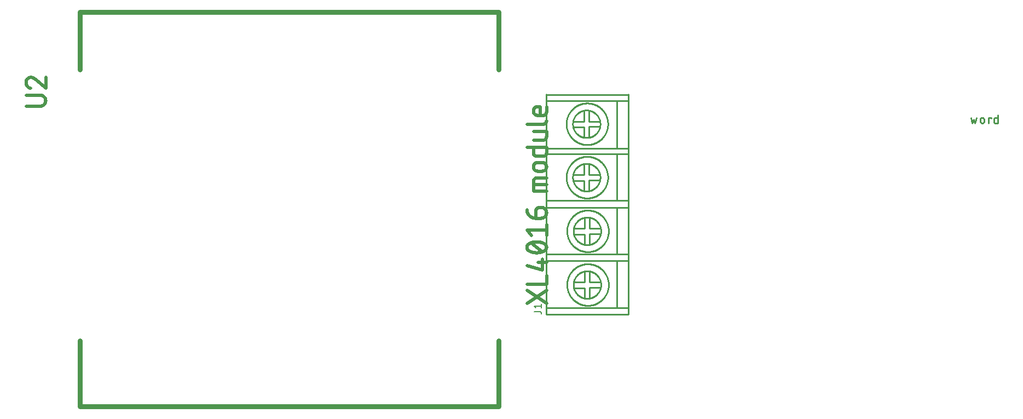
<source format=gbr>
G04 EAGLE Gerber RS-274X export*
G75*
%MOMM*%
%FSLAX34Y34*%
%LPD*%
%INSilkscreen Top*%
%IPPOS*%
%AMOC8*
5,1,8,0,0,1.08239X$1,22.5*%
G01*
%ADD10C,0.228600*%
%ADD11C,0.254000*%
%ADD12C,0.177800*%
%ADD13C,0.508000*%
%ADD14C,0.762000*%


D10*
X1570863Y479679D02*
X1573022Y471043D01*
X1575181Y476800D01*
X1577340Y471043D01*
X1579499Y479679D01*
X1585535Y476800D02*
X1585535Y473922D01*
X1585534Y476800D02*
X1585536Y476906D01*
X1585542Y477013D01*
X1585552Y477119D01*
X1585565Y477224D01*
X1585583Y477329D01*
X1585605Y477433D01*
X1585630Y477537D01*
X1585659Y477639D01*
X1585692Y477740D01*
X1585728Y477840D01*
X1585769Y477939D01*
X1585813Y478035D01*
X1585860Y478131D01*
X1585911Y478224D01*
X1585965Y478316D01*
X1586023Y478405D01*
X1586084Y478492D01*
X1586148Y478577D01*
X1586215Y478660D01*
X1586285Y478740D01*
X1586359Y478817D01*
X1586434Y478891D01*
X1586513Y478963D01*
X1586594Y479032D01*
X1586678Y479097D01*
X1586764Y479160D01*
X1586852Y479219D01*
X1586943Y479275D01*
X1587035Y479328D01*
X1587130Y479377D01*
X1587226Y479423D01*
X1587324Y479465D01*
X1587423Y479503D01*
X1587523Y479538D01*
X1587625Y479569D01*
X1587728Y479596D01*
X1587832Y479620D01*
X1587936Y479639D01*
X1588042Y479655D01*
X1588147Y479667D01*
X1588253Y479675D01*
X1588360Y479679D01*
X1588466Y479679D01*
X1588573Y479675D01*
X1588679Y479667D01*
X1588784Y479655D01*
X1588890Y479639D01*
X1588994Y479620D01*
X1589098Y479596D01*
X1589201Y479569D01*
X1589303Y479538D01*
X1589403Y479503D01*
X1589502Y479465D01*
X1589600Y479423D01*
X1589696Y479377D01*
X1589791Y479328D01*
X1589883Y479275D01*
X1589974Y479219D01*
X1590062Y479160D01*
X1590148Y479097D01*
X1590232Y479032D01*
X1590313Y478963D01*
X1590392Y478891D01*
X1590467Y478817D01*
X1590541Y478740D01*
X1590611Y478660D01*
X1590678Y478577D01*
X1590742Y478492D01*
X1590803Y478405D01*
X1590861Y478316D01*
X1590915Y478224D01*
X1590966Y478131D01*
X1591013Y478035D01*
X1591057Y477939D01*
X1591098Y477840D01*
X1591134Y477740D01*
X1591167Y477639D01*
X1591196Y477537D01*
X1591221Y477433D01*
X1591243Y477329D01*
X1591261Y477224D01*
X1591274Y477119D01*
X1591284Y477013D01*
X1591290Y476906D01*
X1591292Y476800D01*
X1591292Y473922D01*
X1591290Y473816D01*
X1591284Y473709D01*
X1591274Y473603D01*
X1591261Y473498D01*
X1591243Y473393D01*
X1591221Y473289D01*
X1591196Y473185D01*
X1591167Y473083D01*
X1591134Y472982D01*
X1591098Y472882D01*
X1591057Y472783D01*
X1591013Y472687D01*
X1590966Y472591D01*
X1590915Y472498D01*
X1590861Y472406D01*
X1590803Y472317D01*
X1590742Y472230D01*
X1590678Y472145D01*
X1590611Y472062D01*
X1590541Y471982D01*
X1590467Y471905D01*
X1590392Y471831D01*
X1590313Y471759D01*
X1590232Y471690D01*
X1590148Y471625D01*
X1590062Y471562D01*
X1589974Y471503D01*
X1589883Y471447D01*
X1589791Y471394D01*
X1589696Y471345D01*
X1589600Y471299D01*
X1589502Y471257D01*
X1589403Y471219D01*
X1589303Y471184D01*
X1589201Y471153D01*
X1589098Y471126D01*
X1588994Y471102D01*
X1588890Y471083D01*
X1588784Y471067D01*
X1588679Y471055D01*
X1588573Y471047D01*
X1588466Y471043D01*
X1588360Y471043D01*
X1588253Y471047D01*
X1588147Y471055D01*
X1588042Y471067D01*
X1587936Y471083D01*
X1587832Y471102D01*
X1587728Y471126D01*
X1587625Y471153D01*
X1587523Y471184D01*
X1587423Y471219D01*
X1587324Y471257D01*
X1587226Y471299D01*
X1587130Y471345D01*
X1587035Y471394D01*
X1586943Y471447D01*
X1586852Y471503D01*
X1586764Y471562D01*
X1586678Y471625D01*
X1586594Y471690D01*
X1586513Y471759D01*
X1586434Y471831D01*
X1586359Y471905D01*
X1586285Y471982D01*
X1586215Y472062D01*
X1586148Y472145D01*
X1586084Y472230D01*
X1586023Y472317D01*
X1585965Y472406D01*
X1585911Y472498D01*
X1585860Y472591D01*
X1585813Y472687D01*
X1585769Y472783D01*
X1585728Y472882D01*
X1585692Y472982D01*
X1585659Y473083D01*
X1585630Y473185D01*
X1585605Y473289D01*
X1585583Y473393D01*
X1585565Y473498D01*
X1585552Y473603D01*
X1585542Y473709D01*
X1585536Y473816D01*
X1585534Y473922D01*
X1597968Y471043D02*
X1597968Y479679D01*
X1602286Y479679D01*
X1602286Y478240D01*
X1612637Y483997D02*
X1612637Y471043D01*
X1609038Y471043D01*
X1608946Y471045D01*
X1608855Y471051D01*
X1608764Y471060D01*
X1608673Y471074D01*
X1608583Y471091D01*
X1608494Y471113D01*
X1608406Y471138D01*
X1608319Y471166D01*
X1608233Y471199D01*
X1608149Y471235D01*
X1608066Y471274D01*
X1607985Y471317D01*
X1607906Y471364D01*
X1607829Y471413D01*
X1607754Y471466D01*
X1607682Y471522D01*
X1607612Y471581D01*
X1607544Y471643D01*
X1607479Y471708D01*
X1607417Y471776D01*
X1607358Y471846D01*
X1607302Y471918D01*
X1607249Y471993D01*
X1607200Y472070D01*
X1607153Y472149D01*
X1607110Y472230D01*
X1607071Y472313D01*
X1607035Y472397D01*
X1607002Y472483D01*
X1606974Y472570D01*
X1606949Y472658D01*
X1606927Y472747D01*
X1606910Y472837D01*
X1606896Y472928D01*
X1606887Y473019D01*
X1606881Y473110D01*
X1606879Y473202D01*
X1606879Y477520D01*
X1606881Y477612D01*
X1606887Y477703D01*
X1606896Y477794D01*
X1606910Y477885D01*
X1606927Y477975D01*
X1606949Y478064D01*
X1606974Y478152D01*
X1607002Y478239D01*
X1607035Y478325D01*
X1607071Y478409D01*
X1607110Y478492D01*
X1607153Y478573D01*
X1607200Y478652D01*
X1607249Y478729D01*
X1607302Y478804D01*
X1607358Y478876D01*
X1607417Y478946D01*
X1607479Y479014D01*
X1607544Y479079D01*
X1607612Y479141D01*
X1607682Y479200D01*
X1607754Y479256D01*
X1607829Y479309D01*
X1607906Y479358D01*
X1607985Y479405D01*
X1608066Y479448D01*
X1608149Y479487D01*
X1608233Y479523D01*
X1608319Y479556D01*
X1608406Y479584D01*
X1608494Y479609D01*
X1608583Y479631D01*
X1608673Y479648D01*
X1608764Y479662D01*
X1608855Y479671D01*
X1608946Y479677D01*
X1609038Y479679D01*
X1612637Y479679D01*
D11*
X1041400Y175260D02*
X914400Y175260D01*
X914400Y258260D01*
X914400Y432260D01*
X1041400Y432260D01*
X1041400Y175260D01*
X1023400Y258260D02*
X914400Y258260D01*
X1023400Y258260D02*
X1040400Y258260D01*
X1023400Y351260D02*
X915400Y351260D01*
X1023400Y351260D02*
X1041400Y351260D01*
X1041400Y268260D02*
X915400Y268260D01*
X915400Y340260D02*
X1023400Y340260D01*
X1041400Y340260D01*
X1023400Y185260D02*
X915400Y185260D01*
X1023400Y185260D02*
X1041400Y185260D01*
X1023400Y423260D02*
X914400Y423260D01*
X946260Y221260D02*
X946270Y222049D01*
X946299Y222837D01*
X946347Y223624D01*
X946415Y224410D01*
X946502Y225194D01*
X946608Y225976D01*
X946733Y226755D01*
X946878Y227530D01*
X947041Y228302D01*
X947223Y229069D01*
X947424Y229832D01*
X947644Y230590D01*
X947882Y231342D01*
X948139Y232088D01*
X948414Y232827D01*
X948707Y233559D01*
X949017Y234284D01*
X949346Y235002D01*
X949692Y235711D01*
X950055Y236411D01*
X950435Y237102D01*
X950833Y237783D01*
X951246Y238455D01*
X951677Y239116D01*
X952123Y239766D01*
X952585Y240406D01*
X953063Y241034D01*
X953555Y241649D01*
X954063Y242253D01*
X954586Y242844D01*
X955123Y243422D01*
X955674Y243986D01*
X956238Y244537D01*
X956816Y245074D01*
X957407Y245597D01*
X958011Y246105D01*
X958626Y246597D01*
X959254Y247075D01*
X959894Y247537D01*
X960544Y247983D01*
X961205Y248414D01*
X961877Y248827D01*
X962558Y249225D01*
X963249Y249605D01*
X963949Y249968D01*
X964658Y250314D01*
X965376Y250643D01*
X966101Y250953D01*
X966833Y251246D01*
X967572Y251521D01*
X968318Y251778D01*
X969070Y252016D01*
X969828Y252236D01*
X970591Y252437D01*
X971358Y252619D01*
X972130Y252782D01*
X972905Y252927D01*
X973684Y253052D01*
X974466Y253158D01*
X975250Y253245D01*
X976036Y253313D01*
X976823Y253361D01*
X977611Y253390D01*
X978400Y253400D01*
X979189Y253390D01*
X979977Y253361D01*
X980764Y253313D01*
X981550Y253245D01*
X982334Y253158D01*
X983116Y253052D01*
X983895Y252927D01*
X984670Y252782D01*
X985442Y252619D01*
X986209Y252437D01*
X986972Y252236D01*
X987730Y252016D01*
X988482Y251778D01*
X989228Y251521D01*
X989967Y251246D01*
X990699Y250953D01*
X991424Y250643D01*
X992142Y250314D01*
X992851Y249968D01*
X993551Y249605D01*
X994242Y249225D01*
X994923Y248827D01*
X995595Y248414D01*
X996256Y247983D01*
X996906Y247537D01*
X997546Y247075D01*
X998174Y246597D01*
X998789Y246105D01*
X999393Y245597D01*
X999984Y245074D01*
X1000562Y244537D01*
X1001126Y243986D01*
X1001677Y243422D01*
X1002214Y242844D01*
X1002737Y242253D01*
X1003245Y241649D01*
X1003737Y241034D01*
X1004215Y240406D01*
X1004677Y239766D01*
X1005123Y239116D01*
X1005554Y238455D01*
X1005967Y237783D01*
X1006365Y237102D01*
X1006745Y236411D01*
X1007108Y235711D01*
X1007454Y235002D01*
X1007783Y234284D01*
X1008093Y233559D01*
X1008386Y232827D01*
X1008661Y232088D01*
X1008918Y231342D01*
X1009156Y230590D01*
X1009376Y229832D01*
X1009577Y229069D01*
X1009759Y228302D01*
X1009922Y227530D01*
X1010067Y226755D01*
X1010192Y225976D01*
X1010298Y225194D01*
X1010385Y224410D01*
X1010453Y223624D01*
X1010501Y222837D01*
X1010530Y222049D01*
X1010540Y221260D01*
X1010530Y220471D01*
X1010501Y219683D01*
X1010453Y218896D01*
X1010385Y218110D01*
X1010298Y217326D01*
X1010192Y216544D01*
X1010067Y215765D01*
X1009922Y214990D01*
X1009759Y214218D01*
X1009577Y213451D01*
X1009376Y212688D01*
X1009156Y211930D01*
X1008918Y211178D01*
X1008661Y210432D01*
X1008386Y209693D01*
X1008093Y208961D01*
X1007783Y208236D01*
X1007454Y207518D01*
X1007108Y206809D01*
X1006745Y206109D01*
X1006365Y205418D01*
X1005967Y204737D01*
X1005554Y204065D01*
X1005123Y203404D01*
X1004677Y202754D01*
X1004215Y202114D01*
X1003737Y201486D01*
X1003245Y200871D01*
X1002737Y200267D01*
X1002214Y199676D01*
X1001677Y199098D01*
X1001126Y198534D01*
X1000562Y197983D01*
X999984Y197446D01*
X999393Y196923D01*
X998789Y196415D01*
X998174Y195923D01*
X997546Y195445D01*
X996906Y194983D01*
X996256Y194537D01*
X995595Y194106D01*
X994923Y193693D01*
X994242Y193295D01*
X993551Y192915D01*
X992851Y192552D01*
X992142Y192206D01*
X991424Y191877D01*
X990699Y191567D01*
X989967Y191274D01*
X989228Y190999D01*
X988482Y190742D01*
X987730Y190504D01*
X986972Y190284D01*
X986209Y190083D01*
X985442Y189901D01*
X984670Y189738D01*
X983895Y189593D01*
X983116Y189468D01*
X982334Y189362D01*
X981550Y189275D01*
X980764Y189207D01*
X979977Y189159D01*
X979189Y189130D01*
X978400Y189120D01*
X977611Y189130D01*
X976823Y189159D01*
X976036Y189207D01*
X975250Y189275D01*
X974466Y189362D01*
X973684Y189468D01*
X972905Y189593D01*
X972130Y189738D01*
X971358Y189901D01*
X970591Y190083D01*
X969828Y190284D01*
X969070Y190504D01*
X968318Y190742D01*
X967572Y190999D01*
X966833Y191274D01*
X966101Y191567D01*
X965376Y191877D01*
X964658Y192206D01*
X963949Y192552D01*
X963249Y192915D01*
X962558Y193295D01*
X961877Y193693D01*
X961205Y194106D01*
X960544Y194537D01*
X959894Y194983D01*
X959254Y195445D01*
X958626Y195923D01*
X958011Y196415D01*
X957407Y196923D01*
X956816Y197446D01*
X956238Y197983D01*
X955674Y198534D01*
X955123Y199098D01*
X954586Y199676D01*
X954063Y200267D01*
X953555Y200871D01*
X953063Y201486D01*
X952585Y202114D01*
X952123Y202754D01*
X951677Y203404D01*
X951246Y204065D01*
X950833Y204737D01*
X950435Y205418D01*
X950055Y206109D01*
X949692Y206809D01*
X949346Y207518D01*
X949017Y208236D01*
X948707Y208961D01*
X948414Y209693D01*
X948139Y210432D01*
X947882Y211178D01*
X947644Y211930D01*
X947424Y212688D01*
X947223Y213451D01*
X947041Y214218D01*
X946878Y214990D01*
X946733Y215765D01*
X946608Y216544D01*
X946502Y217326D01*
X946415Y218110D01*
X946347Y218896D01*
X946299Y219683D01*
X946270Y220471D01*
X946260Y221260D01*
X956140Y221260D02*
X956146Y221782D01*
X956166Y222303D01*
X956198Y222824D01*
X956242Y223344D01*
X956300Y223862D01*
X956370Y224379D01*
X956453Y224895D01*
X956549Y225408D01*
X956657Y225918D01*
X956777Y226426D01*
X956910Y226930D01*
X957055Y227431D01*
X957213Y227929D01*
X957383Y228422D01*
X957565Y228911D01*
X957758Y229396D01*
X957964Y229875D01*
X958181Y230350D01*
X958410Y230819D01*
X958650Y231282D01*
X958902Y231739D01*
X959165Y232190D01*
X959438Y232634D01*
X959723Y233071D01*
X960018Y233502D01*
X960324Y233925D01*
X960640Y234340D01*
X960966Y234747D01*
X961302Y235146D01*
X961647Y235537D01*
X962003Y235920D01*
X962367Y236293D01*
X962740Y236657D01*
X963123Y237013D01*
X963514Y237358D01*
X963913Y237694D01*
X964320Y238020D01*
X964735Y238336D01*
X965158Y238642D01*
X965589Y238937D01*
X966026Y239222D01*
X966470Y239495D01*
X966921Y239758D01*
X967378Y240010D01*
X967841Y240250D01*
X968310Y240479D01*
X968785Y240696D01*
X969264Y240902D01*
X969749Y241095D01*
X970238Y241277D01*
X970731Y241447D01*
X971229Y241605D01*
X971730Y241750D01*
X972234Y241883D01*
X972742Y242003D01*
X973252Y242111D01*
X973765Y242207D01*
X974281Y242290D01*
X974798Y242360D01*
X975316Y242418D01*
X975836Y242462D01*
X976357Y242494D01*
X976878Y242514D01*
X977400Y242520D01*
X977922Y242514D01*
X978443Y242494D01*
X978964Y242462D01*
X979484Y242418D01*
X980002Y242360D01*
X980519Y242290D01*
X981035Y242207D01*
X981548Y242111D01*
X982058Y242003D01*
X982566Y241883D01*
X983070Y241750D01*
X983571Y241605D01*
X984069Y241447D01*
X984562Y241277D01*
X985051Y241095D01*
X985536Y240902D01*
X986015Y240696D01*
X986490Y240479D01*
X986959Y240250D01*
X987422Y240010D01*
X987879Y239758D01*
X988330Y239495D01*
X988774Y239222D01*
X989211Y238937D01*
X989642Y238642D01*
X990065Y238336D01*
X990480Y238020D01*
X990887Y237694D01*
X991286Y237358D01*
X991677Y237013D01*
X992060Y236657D01*
X992433Y236293D01*
X992797Y235920D01*
X993153Y235537D01*
X993498Y235146D01*
X993834Y234747D01*
X994160Y234340D01*
X994476Y233925D01*
X994782Y233502D01*
X995077Y233071D01*
X995362Y232634D01*
X995635Y232190D01*
X995898Y231739D01*
X996150Y231282D01*
X996390Y230819D01*
X996619Y230350D01*
X996836Y229875D01*
X997042Y229396D01*
X997235Y228911D01*
X997417Y228422D01*
X997587Y227929D01*
X997745Y227431D01*
X997890Y226930D01*
X998023Y226426D01*
X998143Y225918D01*
X998251Y225408D01*
X998347Y224895D01*
X998430Y224379D01*
X998500Y223862D01*
X998558Y223344D01*
X998602Y222824D01*
X998634Y222303D01*
X998654Y221782D01*
X998660Y221260D01*
X998654Y220738D01*
X998634Y220217D01*
X998602Y219696D01*
X998558Y219176D01*
X998500Y218658D01*
X998430Y218141D01*
X998347Y217625D01*
X998251Y217112D01*
X998143Y216602D01*
X998023Y216094D01*
X997890Y215590D01*
X997745Y215089D01*
X997587Y214591D01*
X997417Y214098D01*
X997235Y213609D01*
X997042Y213124D01*
X996836Y212645D01*
X996619Y212170D01*
X996390Y211701D01*
X996150Y211238D01*
X995898Y210781D01*
X995635Y210330D01*
X995362Y209886D01*
X995077Y209449D01*
X994782Y209018D01*
X994476Y208595D01*
X994160Y208180D01*
X993834Y207773D01*
X993498Y207374D01*
X993153Y206983D01*
X992797Y206600D01*
X992433Y206227D01*
X992060Y205863D01*
X991677Y205507D01*
X991286Y205162D01*
X990887Y204826D01*
X990480Y204500D01*
X990065Y204184D01*
X989642Y203878D01*
X989211Y203583D01*
X988774Y203298D01*
X988330Y203025D01*
X987879Y202762D01*
X987422Y202510D01*
X986959Y202270D01*
X986490Y202041D01*
X986015Y201824D01*
X985536Y201618D01*
X985051Y201425D01*
X984562Y201243D01*
X984069Y201073D01*
X983571Y200915D01*
X983070Y200770D01*
X982566Y200637D01*
X982058Y200517D01*
X981548Y200409D01*
X981035Y200313D01*
X980519Y200230D01*
X980002Y200160D01*
X979484Y200102D01*
X978964Y200058D01*
X978443Y200026D01*
X977922Y200006D01*
X977400Y200000D01*
X976878Y200006D01*
X976357Y200026D01*
X975836Y200058D01*
X975316Y200102D01*
X974798Y200160D01*
X974281Y200230D01*
X973765Y200313D01*
X973252Y200409D01*
X972742Y200517D01*
X972234Y200637D01*
X971730Y200770D01*
X971229Y200915D01*
X970731Y201073D01*
X970238Y201243D01*
X969749Y201425D01*
X969264Y201618D01*
X968785Y201824D01*
X968310Y202041D01*
X967841Y202270D01*
X967378Y202510D01*
X966921Y202762D01*
X966470Y203025D01*
X966026Y203298D01*
X965589Y203583D01*
X965158Y203878D01*
X964735Y204184D01*
X964320Y204500D01*
X963913Y204826D01*
X963514Y205162D01*
X963123Y205507D01*
X962740Y205863D01*
X962367Y206227D01*
X962003Y206600D01*
X961647Y206983D01*
X961302Y207374D01*
X960966Y207773D01*
X960640Y208180D01*
X960324Y208595D01*
X960018Y209018D01*
X959723Y209449D01*
X959438Y209886D01*
X959165Y210330D01*
X958902Y210781D01*
X958650Y211238D01*
X958410Y211701D01*
X958181Y212170D01*
X957964Y212645D01*
X957758Y213124D01*
X957565Y213609D01*
X957383Y214098D01*
X957213Y214591D01*
X957055Y215089D01*
X956910Y215590D01*
X956777Y216094D01*
X956657Y216602D01*
X956549Y217112D01*
X956453Y217625D01*
X956370Y218141D01*
X956300Y218658D01*
X956242Y219176D01*
X956198Y219696D01*
X956166Y220217D01*
X956146Y220738D01*
X956140Y221260D01*
X1023400Y423260D02*
X1040400Y423260D01*
X973400Y216260D02*
X957400Y216260D01*
X973400Y216260D02*
X973400Y201260D01*
X981400Y201260D02*
X981400Y217260D01*
X996400Y217260D01*
X997400Y225260D02*
X981400Y225260D01*
X981400Y240260D01*
X973400Y241260D02*
X973400Y225260D01*
X958400Y225260D01*
X946260Y304260D02*
X946270Y305049D01*
X946299Y305837D01*
X946347Y306624D01*
X946415Y307410D01*
X946502Y308194D01*
X946608Y308976D01*
X946733Y309755D01*
X946878Y310530D01*
X947041Y311302D01*
X947223Y312069D01*
X947424Y312832D01*
X947644Y313590D01*
X947882Y314342D01*
X948139Y315088D01*
X948414Y315827D01*
X948707Y316559D01*
X949017Y317284D01*
X949346Y318002D01*
X949692Y318711D01*
X950055Y319411D01*
X950435Y320102D01*
X950833Y320783D01*
X951246Y321455D01*
X951677Y322116D01*
X952123Y322766D01*
X952585Y323406D01*
X953063Y324034D01*
X953555Y324649D01*
X954063Y325253D01*
X954586Y325844D01*
X955123Y326422D01*
X955674Y326986D01*
X956238Y327537D01*
X956816Y328074D01*
X957407Y328597D01*
X958011Y329105D01*
X958626Y329597D01*
X959254Y330075D01*
X959894Y330537D01*
X960544Y330983D01*
X961205Y331414D01*
X961877Y331827D01*
X962558Y332225D01*
X963249Y332605D01*
X963949Y332968D01*
X964658Y333314D01*
X965376Y333643D01*
X966101Y333953D01*
X966833Y334246D01*
X967572Y334521D01*
X968318Y334778D01*
X969070Y335016D01*
X969828Y335236D01*
X970591Y335437D01*
X971358Y335619D01*
X972130Y335782D01*
X972905Y335927D01*
X973684Y336052D01*
X974466Y336158D01*
X975250Y336245D01*
X976036Y336313D01*
X976823Y336361D01*
X977611Y336390D01*
X978400Y336400D01*
X979189Y336390D01*
X979977Y336361D01*
X980764Y336313D01*
X981550Y336245D01*
X982334Y336158D01*
X983116Y336052D01*
X983895Y335927D01*
X984670Y335782D01*
X985442Y335619D01*
X986209Y335437D01*
X986972Y335236D01*
X987730Y335016D01*
X988482Y334778D01*
X989228Y334521D01*
X989967Y334246D01*
X990699Y333953D01*
X991424Y333643D01*
X992142Y333314D01*
X992851Y332968D01*
X993551Y332605D01*
X994242Y332225D01*
X994923Y331827D01*
X995595Y331414D01*
X996256Y330983D01*
X996906Y330537D01*
X997546Y330075D01*
X998174Y329597D01*
X998789Y329105D01*
X999393Y328597D01*
X999984Y328074D01*
X1000562Y327537D01*
X1001126Y326986D01*
X1001677Y326422D01*
X1002214Y325844D01*
X1002737Y325253D01*
X1003245Y324649D01*
X1003737Y324034D01*
X1004215Y323406D01*
X1004677Y322766D01*
X1005123Y322116D01*
X1005554Y321455D01*
X1005967Y320783D01*
X1006365Y320102D01*
X1006745Y319411D01*
X1007108Y318711D01*
X1007454Y318002D01*
X1007783Y317284D01*
X1008093Y316559D01*
X1008386Y315827D01*
X1008661Y315088D01*
X1008918Y314342D01*
X1009156Y313590D01*
X1009376Y312832D01*
X1009577Y312069D01*
X1009759Y311302D01*
X1009922Y310530D01*
X1010067Y309755D01*
X1010192Y308976D01*
X1010298Y308194D01*
X1010385Y307410D01*
X1010453Y306624D01*
X1010501Y305837D01*
X1010530Y305049D01*
X1010540Y304260D01*
X1010530Y303471D01*
X1010501Y302683D01*
X1010453Y301896D01*
X1010385Y301110D01*
X1010298Y300326D01*
X1010192Y299544D01*
X1010067Y298765D01*
X1009922Y297990D01*
X1009759Y297218D01*
X1009577Y296451D01*
X1009376Y295688D01*
X1009156Y294930D01*
X1008918Y294178D01*
X1008661Y293432D01*
X1008386Y292693D01*
X1008093Y291961D01*
X1007783Y291236D01*
X1007454Y290518D01*
X1007108Y289809D01*
X1006745Y289109D01*
X1006365Y288418D01*
X1005967Y287737D01*
X1005554Y287065D01*
X1005123Y286404D01*
X1004677Y285754D01*
X1004215Y285114D01*
X1003737Y284486D01*
X1003245Y283871D01*
X1002737Y283267D01*
X1002214Y282676D01*
X1001677Y282098D01*
X1001126Y281534D01*
X1000562Y280983D01*
X999984Y280446D01*
X999393Y279923D01*
X998789Y279415D01*
X998174Y278923D01*
X997546Y278445D01*
X996906Y277983D01*
X996256Y277537D01*
X995595Y277106D01*
X994923Y276693D01*
X994242Y276295D01*
X993551Y275915D01*
X992851Y275552D01*
X992142Y275206D01*
X991424Y274877D01*
X990699Y274567D01*
X989967Y274274D01*
X989228Y273999D01*
X988482Y273742D01*
X987730Y273504D01*
X986972Y273284D01*
X986209Y273083D01*
X985442Y272901D01*
X984670Y272738D01*
X983895Y272593D01*
X983116Y272468D01*
X982334Y272362D01*
X981550Y272275D01*
X980764Y272207D01*
X979977Y272159D01*
X979189Y272130D01*
X978400Y272120D01*
X977611Y272130D01*
X976823Y272159D01*
X976036Y272207D01*
X975250Y272275D01*
X974466Y272362D01*
X973684Y272468D01*
X972905Y272593D01*
X972130Y272738D01*
X971358Y272901D01*
X970591Y273083D01*
X969828Y273284D01*
X969070Y273504D01*
X968318Y273742D01*
X967572Y273999D01*
X966833Y274274D01*
X966101Y274567D01*
X965376Y274877D01*
X964658Y275206D01*
X963949Y275552D01*
X963249Y275915D01*
X962558Y276295D01*
X961877Y276693D01*
X961205Y277106D01*
X960544Y277537D01*
X959894Y277983D01*
X959254Y278445D01*
X958626Y278923D01*
X958011Y279415D01*
X957407Y279923D01*
X956816Y280446D01*
X956238Y280983D01*
X955674Y281534D01*
X955123Y282098D01*
X954586Y282676D01*
X954063Y283267D01*
X953555Y283871D01*
X953063Y284486D01*
X952585Y285114D01*
X952123Y285754D01*
X951677Y286404D01*
X951246Y287065D01*
X950833Y287737D01*
X950435Y288418D01*
X950055Y289109D01*
X949692Y289809D01*
X949346Y290518D01*
X949017Y291236D01*
X948707Y291961D01*
X948414Y292693D01*
X948139Y293432D01*
X947882Y294178D01*
X947644Y294930D01*
X947424Y295688D01*
X947223Y296451D01*
X947041Y297218D01*
X946878Y297990D01*
X946733Y298765D01*
X946608Y299544D01*
X946502Y300326D01*
X946415Y301110D01*
X946347Y301896D01*
X946299Y302683D01*
X946270Y303471D01*
X946260Y304260D01*
X956140Y304260D02*
X956146Y304782D01*
X956166Y305303D01*
X956198Y305824D01*
X956242Y306344D01*
X956300Y306862D01*
X956370Y307379D01*
X956453Y307895D01*
X956549Y308408D01*
X956657Y308918D01*
X956777Y309426D01*
X956910Y309930D01*
X957055Y310431D01*
X957213Y310929D01*
X957383Y311422D01*
X957565Y311911D01*
X957758Y312396D01*
X957964Y312875D01*
X958181Y313350D01*
X958410Y313819D01*
X958650Y314282D01*
X958902Y314739D01*
X959165Y315190D01*
X959438Y315634D01*
X959723Y316071D01*
X960018Y316502D01*
X960324Y316925D01*
X960640Y317340D01*
X960966Y317747D01*
X961302Y318146D01*
X961647Y318537D01*
X962003Y318920D01*
X962367Y319293D01*
X962740Y319657D01*
X963123Y320013D01*
X963514Y320358D01*
X963913Y320694D01*
X964320Y321020D01*
X964735Y321336D01*
X965158Y321642D01*
X965589Y321937D01*
X966026Y322222D01*
X966470Y322495D01*
X966921Y322758D01*
X967378Y323010D01*
X967841Y323250D01*
X968310Y323479D01*
X968785Y323696D01*
X969264Y323902D01*
X969749Y324095D01*
X970238Y324277D01*
X970731Y324447D01*
X971229Y324605D01*
X971730Y324750D01*
X972234Y324883D01*
X972742Y325003D01*
X973252Y325111D01*
X973765Y325207D01*
X974281Y325290D01*
X974798Y325360D01*
X975316Y325418D01*
X975836Y325462D01*
X976357Y325494D01*
X976878Y325514D01*
X977400Y325520D01*
X977922Y325514D01*
X978443Y325494D01*
X978964Y325462D01*
X979484Y325418D01*
X980002Y325360D01*
X980519Y325290D01*
X981035Y325207D01*
X981548Y325111D01*
X982058Y325003D01*
X982566Y324883D01*
X983070Y324750D01*
X983571Y324605D01*
X984069Y324447D01*
X984562Y324277D01*
X985051Y324095D01*
X985536Y323902D01*
X986015Y323696D01*
X986490Y323479D01*
X986959Y323250D01*
X987422Y323010D01*
X987879Y322758D01*
X988330Y322495D01*
X988774Y322222D01*
X989211Y321937D01*
X989642Y321642D01*
X990065Y321336D01*
X990480Y321020D01*
X990887Y320694D01*
X991286Y320358D01*
X991677Y320013D01*
X992060Y319657D01*
X992433Y319293D01*
X992797Y318920D01*
X993153Y318537D01*
X993498Y318146D01*
X993834Y317747D01*
X994160Y317340D01*
X994476Y316925D01*
X994782Y316502D01*
X995077Y316071D01*
X995362Y315634D01*
X995635Y315190D01*
X995898Y314739D01*
X996150Y314282D01*
X996390Y313819D01*
X996619Y313350D01*
X996836Y312875D01*
X997042Y312396D01*
X997235Y311911D01*
X997417Y311422D01*
X997587Y310929D01*
X997745Y310431D01*
X997890Y309930D01*
X998023Y309426D01*
X998143Y308918D01*
X998251Y308408D01*
X998347Y307895D01*
X998430Y307379D01*
X998500Y306862D01*
X998558Y306344D01*
X998602Y305824D01*
X998634Y305303D01*
X998654Y304782D01*
X998660Y304260D01*
X998654Y303738D01*
X998634Y303217D01*
X998602Y302696D01*
X998558Y302176D01*
X998500Y301658D01*
X998430Y301141D01*
X998347Y300625D01*
X998251Y300112D01*
X998143Y299602D01*
X998023Y299094D01*
X997890Y298590D01*
X997745Y298089D01*
X997587Y297591D01*
X997417Y297098D01*
X997235Y296609D01*
X997042Y296124D01*
X996836Y295645D01*
X996619Y295170D01*
X996390Y294701D01*
X996150Y294238D01*
X995898Y293781D01*
X995635Y293330D01*
X995362Y292886D01*
X995077Y292449D01*
X994782Y292018D01*
X994476Y291595D01*
X994160Y291180D01*
X993834Y290773D01*
X993498Y290374D01*
X993153Y289983D01*
X992797Y289600D01*
X992433Y289227D01*
X992060Y288863D01*
X991677Y288507D01*
X991286Y288162D01*
X990887Y287826D01*
X990480Y287500D01*
X990065Y287184D01*
X989642Y286878D01*
X989211Y286583D01*
X988774Y286298D01*
X988330Y286025D01*
X987879Y285762D01*
X987422Y285510D01*
X986959Y285270D01*
X986490Y285041D01*
X986015Y284824D01*
X985536Y284618D01*
X985051Y284425D01*
X984562Y284243D01*
X984069Y284073D01*
X983571Y283915D01*
X983070Y283770D01*
X982566Y283637D01*
X982058Y283517D01*
X981548Y283409D01*
X981035Y283313D01*
X980519Y283230D01*
X980002Y283160D01*
X979484Y283102D01*
X978964Y283058D01*
X978443Y283026D01*
X977922Y283006D01*
X977400Y283000D01*
X976878Y283006D01*
X976357Y283026D01*
X975836Y283058D01*
X975316Y283102D01*
X974798Y283160D01*
X974281Y283230D01*
X973765Y283313D01*
X973252Y283409D01*
X972742Y283517D01*
X972234Y283637D01*
X971730Y283770D01*
X971229Y283915D01*
X970731Y284073D01*
X970238Y284243D01*
X969749Y284425D01*
X969264Y284618D01*
X968785Y284824D01*
X968310Y285041D01*
X967841Y285270D01*
X967378Y285510D01*
X966921Y285762D01*
X966470Y286025D01*
X966026Y286298D01*
X965589Y286583D01*
X965158Y286878D01*
X964735Y287184D01*
X964320Y287500D01*
X963913Y287826D01*
X963514Y288162D01*
X963123Y288507D01*
X962740Y288863D01*
X962367Y289227D01*
X962003Y289600D01*
X961647Y289983D01*
X961302Y290374D01*
X960966Y290773D01*
X960640Y291180D01*
X960324Y291595D01*
X960018Y292018D01*
X959723Y292449D01*
X959438Y292886D01*
X959165Y293330D01*
X958902Y293781D01*
X958650Y294238D01*
X958410Y294701D01*
X958181Y295170D01*
X957964Y295645D01*
X957758Y296124D01*
X957565Y296609D01*
X957383Y297098D01*
X957213Y297591D01*
X957055Y298089D01*
X956910Y298590D01*
X956777Y299094D01*
X956657Y299602D01*
X956549Y300112D01*
X956453Y300625D01*
X956370Y301141D01*
X956300Y301658D01*
X956242Y302176D01*
X956198Y302696D01*
X956166Y303217D01*
X956146Y303738D01*
X956140Y304260D01*
X957400Y299260D02*
X973400Y299260D01*
X973400Y284260D01*
X981400Y284260D02*
X981400Y300260D01*
X996400Y300260D01*
X997400Y308260D02*
X981400Y308260D01*
X981400Y323260D01*
X973400Y324260D02*
X973400Y308260D01*
X958400Y308260D01*
X945260Y387260D02*
X945270Y388049D01*
X945299Y388837D01*
X945347Y389624D01*
X945415Y390410D01*
X945502Y391194D01*
X945608Y391976D01*
X945733Y392755D01*
X945878Y393530D01*
X946041Y394302D01*
X946223Y395069D01*
X946424Y395832D01*
X946644Y396590D01*
X946882Y397342D01*
X947139Y398088D01*
X947414Y398827D01*
X947707Y399559D01*
X948017Y400284D01*
X948346Y401002D01*
X948692Y401711D01*
X949055Y402411D01*
X949435Y403102D01*
X949833Y403783D01*
X950246Y404455D01*
X950677Y405116D01*
X951123Y405766D01*
X951585Y406406D01*
X952063Y407034D01*
X952555Y407649D01*
X953063Y408253D01*
X953586Y408844D01*
X954123Y409422D01*
X954674Y409986D01*
X955238Y410537D01*
X955816Y411074D01*
X956407Y411597D01*
X957011Y412105D01*
X957626Y412597D01*
X958254Y413075D01*
X958894Y413537D01*
X959544Y413983D01*
X960205Y414414D01*
X960877Y414827D01*
X961558Y415225D01*
X962249Y415605D01*
X962949Y415968D01*
X963658Y416314D01*
X964376Y416643D01*
X965101Y416953D01*
X965833Y417246D01*
X966572Y417521D01*
X967318Y417778D01*
X968070Y418016D01*
X968828Y418236D01*
X969591Y418437D01*
X970358Y418619D01*
X971130Y418782D01*
X971905Y418927D01*
X972684Y419052D01*
X973466Y419158D01*
X974250Y419245D01*
X975036Y419313D01*
X975823Y419361D01*
X976611Y419390D01*
X977400Y419400D01*
X978189Y419390D01*
X978977Y419361D01*
X979764Y419313D01*
X980550Y419245D01*
X981334Y419158D01*
X982116Y419052D01*
X982895Y418927D01*
X983670Y418782D01*
X984442Y418619D01*
X985209Y418437D01*
X985972Y418236D01*
X986730Y418016D01*
X987482Y417778D01*
X988228Y417521D01*
X988967Y417246D01*
X989699Y416953D01*
X990424Y416643D01*
X991142Y416314D01*
X991851Y415968D01*
X992551Y415605D01*
X993242Y415225D01*
X993923Y414827D01*
X994595Y414414D01*
X995256Y413983D01*
X995906Y413537D01*
X996546Y413075D01*
X997174Y412597D01*
X997789Y412105D01*
X998393Y411597D01*
X998984Y411074D01*
X999562Y410537D01*
X1000126Y409986D01*
X1000677Y409422D01*
X1001214Y408844D01*
X1001737Y408253D01*
X1002245Y407649D01*
X1002737Y407034D01*
X1003215Y406406D01*
X1003677Y405766D01*
X1004123Y405116D01*
X1004554Y404455D01*
X1004967Y403783D01*
X1005365Y403102D01*
X1005745Y402411D01*
X1006108Y401711D01*
X1006454Y401002D01*
X1006783Y400284D01*
X1007093Y399559D01*
X1007386Y398827D01*
X1007661Y398088D01*
X1007918Y397342D01*
X1008156Y396590D01*
X1008376Y395832D01*
X1008577Y395069D01*
X1008759Y394302D01*
X1008922Y393530D01*
X1009067Y392755D01*
X1009192Y391976D01*
X1009298Y391194D01*
X1009385Y390410D01*
X1009453Y389624D01*
X1009501Y388837D01*
X1009530Y388049D01*
X1009540Y387260D01*
X1009530Y386471D01*
X1009501Y385683D01*
X1009453Y384896D01*
X1009385Y384110D01*
X1009298Y383326D01*
X1009192Y382544D01*
X1009067Y381765D01*
X1008922Y380990D01*
X1008759Y380218D01*
X1008577Y379451D01*
X1008376Y378688D01*
X1008156Y377930D01*
X1007918Y377178D01*
X1007661Y376432D01*
X1007386Y375693D01*
X1007093Y374961D01*
X1006783Y374236D01*
X1006454Y373518D01*
X1006108Y372809D01*
X1005745Y372109D01*
X1005365Y371418D01*
X1004967Y370737D01*
X1004554Y370065D01*
X1004123Y369404D01*
X1003677Y368754D01*
X1003215Y368114D01*
X1002737Y367486D01*
X1002245Y366871D01*
X1001737Y366267D01*
X1001214Y365676D01*
X1000677Y365098D01*
X1000126Y364534D01*
X999562Y363983D01*
X998984Y363446D01*
X998393Y362923D01*
X997789Y362415D01*
X997174Y361923D01*
X996546Y361445D01*
X995906Y360983D01*
X995256Y360537D01*
X994595Y360106D01*
X993923Y359693D01*
X993242Y359295D01*
X992551Y358915D01*
X991851Y358552D01*
X991142Y358206D01*
X990424Y357877D01*
X989699Y357567D01*
X988967Y357274D01*
X988228Y356999D01*
X987482Y356742D01*
X986730Y356504D01*
X985972Y356284D01*
X985209Y356083D01*
X984442Y355901D01*
X983670Y355738D01*
X982895Y355593D01*
X982116Y355468D01*
X981334Y355362D01*
X980550Y355275D01*
X979764Y355207D01*
X978977Y355159D01*
X978189Y355130D01*
X977400Y355120D01*
X976611Y355130D01*
X975823Y355159D01*
X975036Y355207D01*
X974250Y355275D01*
X973466Y355362D01*
X972684Y355468D01*
X971905Y355593D01*
X971130Y355738D01*
X970358Y355901D01*
X969591Y356083D01*
X968828Y356284D01*
X968070Y356504D01*
X967318Y356742D01*
X966572Y356999D01*
X965833Y357274D01*
X965101Y357567D01*
X964376Y357877D01*
X963658Y358206D01*
X962949Y358552D01*
X962249Y358915D01*
X961558Y359295D01*
X960877Y359693D01*
X960205Y360106D01*
X959544Y360537D01*
X958894Y360983D01*
X958254Y361445D01*
X957626Y361923D01*
X957011Y362415D01*
X956407Y362923D01*
X955816Y363446D01*
X955238Y363983D01*
X954674Y364534D01*
X954123Y365098D01*
X953586Y365676D01*
X953063Y366267D01*
X952555Y366871D01*
X952063Y367486D01*
X951585Y368114D01*
X951123Y368754D01*
X950677Y369404D01*
X950246Y370065D01*
X949833Y370737D01*
X949435Y371418D01*
X949055Y372109D01*
X948692Y372809D01*
X948346Y373518D01*
X948017Y374236D01*
X947707Y374961D01*
X947414Y375693D01*
X947139Y376432D01*
X946882Y377178D01*
X946644Y377930D01*
X946424Y378688D01*
X946223Y379451D01*
X946041Y380218D01*
X945878Y380990D01*
X945733Y381765D01*
X945608Y382544D01*
X945502Y383326D01*
X945415Y384110D01*
X945347Y384896D01*
X945299Y385683D01*
X945270Y386471D01*
X945260Y387260D01*
X955140Y387260D02*
X955146Y387782D01*
X955166Y388303D01*
X955198Y388824D01*
X955242Y389344D01*
X955300Y389862D01*
X955370Y390379D01*
X955453Y390895D01*
X955549Y391408D01*
X955657Y391918D01*
X955777Y392426D01*
X955910Y392930D01*
X956055Y393431D01*
X956213Y393929D01*
X956383Y394422D01*
X956565Y394911D01*
X956758Y395396D01*
X956964Y395875D01*
X957181Y396350D01*
X957410Y396819D01*
X957650Y397282D01*
X957902Y397739D01*
X958165Y398190D01*
X958438Y398634D01*
X958723Y399071D01*
X959018Y399502D01*
X959324Y399925D01*
X959640Y400340D01*
X959966Y400747D01*
X960302Y401146D01*
X960647Y401537D01*
X961003Y401920D01*
X961367Y402293D01*
X961740Y402657D01*
X962123Y403013D01*
X962514Y403358D01*
X962913Y403694D01*
X963320Y404020D01*
X963735Y404336D01*
X964158Y404642D01*
X964589Y404937D01*
X965026Y405222D01*
X965470Y405495D01*
X965921Y405758D01*
X966378Y406010D01*
X966841Y406250D01*
X967310Y406479D01*
X967785Y406696D01*
X968264Y406902D01*
X968749Y407095D01*
X969238Y407277D01*
X969731Y407447D01*
X970229Y407605D01*
X970730Y407750D01*
X971234Y407883D01*
X971742Y408003D01*
X972252Y408111D01*
X972765Y408207D01*
X973281Y408290D01*
X973798Y408360D01*
X974316Y408418D01*
X974836Y408462D01*
X975357Y408494D01*
X975878Y408514D01*
X976400Y408520D01*
X976922Y408514D01*
X977443Y408494D01*
X977964Y408462D01*
X978484Y408418D01*
X979002Y408360D01*
X979519Y408290D01*
X980035Y408207D01*
X980548Y408111D01*
X981058Y408003D01*
X981566Y407883D01*
X982070Y407750D01*
X982571Y407605D01*
X983069Y407447D01*
X983562Y407277D01*
X984051Y407095D01*
X984536Y406902D01*
X985015Y406696D01*
X985490Y406479D01*
X985959Y406250D01*
X986422Y406010D01*
X986879Y405758D01*
X987330Y405495D01*
X987774Y405222D01*
X988211Y404937D01*
X988642Y404642D01*
X989065Y404336D01*
X989480Y404020D01*
X989887Y403694D01*
X990286Y403358D01*
X990677Y403013D01*
X991060Y402657D01*
X991433Y402293D01*
X991797Y401920D01*
X992153Y401537D01*
X992498Y401146D01*
X992834Y400747D01*
X993160Y400340D01*
X993476Y399925D01*
X993782Y399502D01*
X994077Y399071D01*
X994362Y398634D01*
X994635Y398190D01*
X994898Y397739D01*
X995150Y397282D01*
X995390Y396819D01*
X995619Y396350D01*
X995836Y395875D01*
X996042Y395396D01*
X996235Y394911D01*
X996417Y394422D01*
X996587Y393929D01*
X996745Y393431D01*
X996890Y392930D01*
X997023Y392426D01*
X997143Y391918D01*
X997251Y391408D01*
X997347Y390895D01*
X997430Y390379D01*
X997500Y389862D01*
X997558Y389344D01*
X997602Y388824D01*
X997634Y388303D01*
X997654Y387782D01*
X997660Y387260D01*
X997654Y386738D01*
X997634Y386217D01*
X997602Y385696D01*
X997558Y385176D01*
X997500Y384658D01*
X997430Y384141D01*
X997347Y383625D01*
X997251Y383112D01*
X997143Y382602D01*
X997023Y382094D01*
X996890Y381590D01*
X996745Y381089D01*
X996587Y380591D01*
X996417Y380098D01*
X996235Y379609D01*
X996042Y379124D01*
X995836Y378645D01*
X995619Y378170D01*
X995390Y377701D01*
X995150Y377238D01*
X994898Y376781D01*
X994635Y376330D01*
X994362Y375886D01*
X994077Y375449D01*
X993782Y375018D01*
X993476Y374595D01*
X993160Y374180D01*
X992834Y373773D01*
X992498Y373374D01*
X992153Y372983D01*
X991797Y372600D01*
X991433Y372227D01*
X991060Y371863D01*
X990677Y371507D01*
X990286Y371162D01*
X989887Y370826D01*
X989480Y370500D01*
X989065Y370184D01*
X988642Y369878D01*
X988211Y369583D01*
X987774Y369298D01*
X987330Y369025D01*
X986879Y368762D01*
X986422Y368510D01*
X985959Y368270D01*
X985490Y368041D01*
X985015Y367824D01*
X984536Y367618D01*
X984051Y367425D01*
X983562Y367243D01*
X983069Y367073D01*
X982571Y366915D01*
X982070Y366770D01*
X981566Y366637D01*
X981058Y366517D01*
X980548Y366409D01*
X980035Y366313D01*
X979519Y366230D01*
X979002Y366160D01*
X978484Y366102D01*
X977964Y366058D01*
X977443Y366026D01*
X976922Y366006D01*
X976400Y366000D01*
X975878Y366006D01*
X975357Y366026D01*
X974836Y366058D01*
X974316Y366102D01*
X973798Y366160D01*
X973281Y366230D01*
X972765Y366313D01*
X972252Y366409D01*
X971742Y366517D01*
X971234Y366637D01*
X970730Y366770D01*
X970229Y366915D01*
X969731Y367073D01*
X969238Y367243D01*
X968749Y367425D01*
X968264Y367618D01*
X967785Y367824D01*
X967310Y368041D01*
X966841Y368270D01*
X966378Y368510D01*
X965921Y368762D01*
X965470Y369025D01*
X965026Y369298D01*
X964589Y369583D01*
X964158Y369878D01*
X963735Y370184D01*
X963320Y370500D01*
X962913Y370826D01*
X962514Y371162D01*
X962123Y371507D01*
X961740Y371863D01*
X961367Y372227D01*
X961003Y372600D01*
X960647Y372983D01*
X960302Y373374D01*
X959966Y373773D01*
X959640Y374180D01*
X959324Y374595D01*
X959018Y375018D01*
X958723Y375449D01*
X958438Y375886D01*
X958165Y376330D01*
X957902Y376781D01*
X957650Y377238D01*
X957410Y377701D01*
X957181Y378170D01*
X956964Y378645D01*
X956758Y379124D01*
X956565Y379609D01*
X956383Y380098D01*
X956213Y380591D01*
X956055Y381089D01*
X955910Y381590D01*
X955777Y382094D01*
X955657Y382602D01*
X955549Y383112D01*
X955453Y383625D01*
X955370Y384141D01*
X955300Y384658D01*
X955242Y385176D01*
X955198Y385696D01*
X955166Y386217D01*
X955146Y386738D01*
X955140Y387260D01*
X956400Y382260D02*
X972400Y382260D01*
X972400Y367260D01*
X980400Y367260D02*
X980400Y383260D01*
X995400Y383260D01*
X996400Y391260D02*
X980400Y391260D01*
X980400Y406260D01*
X972400Y407260D02*
X972400Y391260D01*
X957400Y391260D01*
X1023400Y258260D02*
X1023400Y185260D01*
X1023400Y269260D02*
X1023400Y340260D01*
X1023400Y351260D02*
X1023400Y423260D01*
X1041400Y514810D02*
X914400Y514810D01*
X914400Y505810D02*
X1023400Y505810D01*
X1040400Y505810D01*
X945260Y469810D02*
X945270Y470599D01*
X945299Y471387D01*
X945347Y472174D01*
X945415Y472960D01*
X945502Y473744D01*
X945608Y474526D01*
X945733Y475305D01*
X945878Y476080D01*
X946041Y476852D01*
X946223Y477619D01*
X946424Y478382D01*
X946644Y479140D01*
X946882Y479892D01*
X947139Y480638D01*
X947414Y481377D01*
X947707Y482109D01*
X948017Y482834D01*
X948346Y483552D01*
X948692Y484261D01*
X949055Y484961D01*
X949435Y485652D01*
X949833Y486333D01*
X950246Y487005D01*
X950677Y487666D01*
X951123Y488316D01*
X951585Y488956D01*
X952063Y489584D01*
X952555Y490199D01*
X953063Y490803D01*
X953586Y491394D01*
X954123Y491972D01*
X954674Y492536D01*
X955238Y493087D01*
X955816Y493624D01*
X956407Y494147D01*
X957011Y494655D01*
X957626Y495147D01*
X958254Y495625D01*
X958894Y496087D01*
X959544Y496533D01*
X960205Y496964D01*
X960877Y497377D01*
X961558Y497775D01*
X962249Y498155D01*
X962949Y498518D01*
X963658Y498864D01*
X964376Y499193D01*
X965101Y499503D01*
X965833Y499796D01*
X966572Y500071D01*
X967318Y500328D01*
X968070Y500566D01*
X968828Y500786D01*
X969591Y500987D01*
X970358Y501169D01*
X971130Y501332D01*
X971905Y501477D01*
X972684Y501602D01*
X973466Y501708D01*
X974250Y501795D01*
X975036Y501863D01*
X975823Y501911D01*
X976611Y501940D01*
X977400Y501950D01*
X978189Y501940D01*
X978977Y501911D01*
X979764Y501863D01*
X980550Y501795D01*
X981334Y501708D01*
X982116Y501602D01*
X982895Y501477D01*
X983670Y501332D01*
X984442Y501169D01*
X985209Y500987D01*
X985972Y500786D01*
X986730Y500566D01*
X987482Y500328D01*
X988228Y500071D01*
X988967Y499796D01*
X989699Y499503D01*
X990424Y499193D01*
X991142Y498864D01*
X991851Y498518D01*
X992551Y498155D01*
X993242Y497775D01*
X993923Y497377D01*
X994595Y496964D01*
X995256Y496533D01*
X995906Y496087D01*
X996546Y495625D01*
X997174Y495147D01*
X997789Y494655D01*
X998393Y494147D01*
X998984Y493624D01*
X999562Y493087D01*
X1000126Y492536D01*
X1000677Y491972D01*
X1001214Y491394D01*
X1001737Y490803D01*
X1002245Y490199D01*
X1002737Y489584D01*
X1003215Y488956D01*
X1003677Y488316D01*
X1004123Y487666D01*
X1004554Y487005D01*
X1004967Y486333D01*
X1005365Y485652D01*
X1005745Y484961D01*
X1006108Y484261D01*
X1006454Y483552D01*
X1006783Y482834D01*
X1007093Y482109D01*
X1007386Y481377D01*
X1007661Y480638D01*
X1007918Y479892D01*
X1008156Y479140D01*
X1008376Y478382D01*
X1008577Y477619D01*
X1008759Y476852D01*
X1008922Y476080D01*
X1009067Y475305D01*
X1009192Y474526D01*
X1009298Y473744D01*
X1009385Y472960D01*
X1009453Y472174D01*
X1009501Y471387D01*
X1009530Y470599D01*
X1009540Y469810D01*
X1009530Y469021D01*
X1009501Y468233D01*
X1009453Y467446D01*
X1009385Y466660D01*
X1009298Y465876D01*
X1009192Y465094D01*
X1009067Y464315D01*
X1008922Y463540D01*
X1008759Y462768D01*
X1008577Y462001D01*
X1008376Y461238D01*
X1008156Y460480D01*
X1007918Y459728D01*
X1007661Y458982D01*
X1007386Y458243D01*
X1007093Y457511D01*
X1006783Y456786D01*
X1006454Y456068D01*
X1006108Y455359D01*
X1005745Y454659D01*
X1005365Y453968D01*
X1004967Y453287D01*
X1004554Y452615D01*
X1004123Y451954D01*
X1003677Y451304D01*
X1003215Y450664D01*
X1002737Y450036D01*
X1002245Y449421D01*
X1001737Y448817D01*
X1001214Y448226D01*
X1000677Y447648D01*
X1000126Y447084D01*
X999562Y446533D01*
X998984Y445996D01*
X998393Y445473D01*
X997789Y444965D01*
X997174Y444473D01*
X996546Y443995D01*
X995906Y443533D01*
X995256Y443087D01*
X994595Y442656D01*
X993923Y442243D01*
X993242Y441845D01*
X992551Y441465D01*
X991851Y441102D01*
X991142Y440756D01*
X990424Y440427D01*
X989699Y440117D01*
X988967Y439824D01*
X988228Y439549D01*
X987482Y439292D01*
X986730Y439054D01*
X985972Y438834D01*
X985209Y438633D01*
X984442Y438451D01*
X983670Y438288D01*
X982895Y438143D01*
X982116Y438018D01*
X981334Y437912D01*
X980550Y437825D01*
X979764Y437757D01*
X978977Y437709D01*
X978189Y437680D01*
X977400Y437670D01*
X976611Y437680D01*
X975823Y437709D01*
X975036Y437757D01*
X974250Y437825D01*
X973466Y437912D01*
X972684Y438018D01*
X971905Y438143D01*
X971130Y438288D01*
X970358Y438451D01*
X969591Y438633D01*
X968828Y438834D01*
X968070Y439054D01*
X967318Y439292D01*
X966572Y439549D01*
X965833Y439824D01*
X965101Y440117D01*
X964376Y440427D01*
X963658Y440756D01*
X962949Y441102D01*
X962249Y441465D01*
X961558Y441845D01*
X960877Y442243D01*
X960205Y442656D01*
X959544Y443087D01*
X958894Y443533D01*
X958254Y443995D01*
X957626Y444473D01*
X957011Y444965D01*
X956407Y445473D01*
X955816Y445996D01*
X955238Y446533D01*
X954674Y447084D01*
X954123Y447648D01*
X953586Y448226D01*
X953063Y448817D01*
X952555Y449421D01*
X952063Y450036D01*
X951585Y450664D01*
X951123Y451304D01*
X950677Y451954D01*
X950246Y452615D01*
X949833Y453287D01*
X949435Y453968D01*
X949055Y454659D01*
X948692Y455359D01*
X948346Y456068D01*
X948017Y456786D01*
X947707Y457511D01*
X947414Y458243D01*
X947139Y458982D01*
X946882Y459728D01*
X946644Y460480D01*
X946424Y461238D01*
X946223Y462001D01*
X946041Y462768D01*
X945878Y463540D01*
X945733Y464315D01*
X945608Y465094D01*
X945502Y465876D01*
X945415Y466660D01*
X945347Y467446D01*
X945299Y468233D01*
X945270Y469021D01*
X945260Y469810D01*
X955140Y469810D02*
X955146Y470332D01*
X955166Y470853D01*
X955198Y471374D01*
X955242Y471894D01*
X955300Y472412D01*
X955370Y472929D01*
X955453Y473445D01*
X955549Y473958D01*
X955657Y474468D01*
X955777Y474976D01*
X955910Y475480D01*
X956055Y475981D01*
X956213Y476479D01*
X956383Y476972D01*
X956565Y477461D01*
X956758Y477946D01*
X956964Y478425D01*
X957181Y478900D01*
X957410Y479369D01*
X957650Y479832D01*
X957902Y480289D01*
X958165Y480740D01*
X958438Y481184D01*
X958723Y481621D01*
X959018Y482052D01*
X959324Y482475D01*
X959640Y482890D01*
X959966Y483297D01*
X960302Y483696D01*
X960647Y484087D01*
X961003Y484470D01*
X961367Y484843D01*
X961740Y485207D01*
X962123Y485563D01*
X962514Y485908D01*
X962913Y486244D01*
X963320Y486570D01*
X963735Y486886D01*
X964158Y487192D01*
X964589Y487487D01*
X965026Y487772D01*
X965470Y488045D01*
X965921Y488308D01*
X966378Y488560D01*
X966841Y488800D01*
X967310Y489029D01*
X967785Y489246D01*
X968264Y489452D01*
X968749Y489645D01*
X969238Y489827D01*
X969731Y489997D01*
X970229Y490155D01*
X970730Y490300D01*
X971234Y490433D01*
X971742Y490553D01*
X972252Y490661D01*
X972765Y490757D01*
X973281Y490840D01*
X973798Y490910D01*
X974316Y490968D01*
X974836Y491012D01*
X975357Y491044D01*
X975878Y491064D01*
X976400Y491070D01*
X976922Y491064D01*
X977443Y491044D01*
X977964Y491012D01*
X978484Y490968D01*
X979002Y490910D01*
X979519Y490840D01*
X980035Y490757D01*
X980548Y490661D01*
X981058Y490553D01*
X981566Y490433D01*
X982070Y490300D01*
X982571Y490155D01*
X983069Y489997D01*
X983562Y489827D01*
X984051Y489645D01*
X984536Y489452D01*
X985015Y489246D01*
X985490Y489029D01*
X985959Y488800D01*
X986422Y488560D01*
X986879Y488308D01*
X987330Y488045D01*
X987774Y487772D01*
X988211Y487487D01*
X988642Y487192D01*
X989065Y486886D01*
X989480Y486570D01*
X989887Y486244D01*
X990286Y485908D01*
X990677Y485563D01*
X991060Y485207D01*
X991433Y484843D01*
X991797Y484470D01*
X992153Y484087D01*
X992498Y483696D01*
X992834Y483297D01*
X993160Y482890D01*
X993476Y482475D01*
X993782Y482052D01*
X994077Y481621D01*
X994362Y481184D01*
X994635Y480740D01*
X994898Y480289D01*
X995150Y479832D01*
X995390Y479369D01*
X995619Y478900D01*
X995836Y478425D01*
X996042Y477946D01*
X996235Y477461D01*
X996417Y476972D01*
X996587Y476479D01*
X996745Y475981D01*
X996890Y475480D01*
X997023Y474976D01*
X997143Y474468D01*
X997251Y473958D01*
X997347Y473445D01*
X997430Y472929D01*
X997500Y472412D01*
X997558Y471894D01*
X997602Y471374D01*
X997634Y470853D01*
X997654Y470332D01*
X997660Y469810D01*
X997654Y469288D01*
X997634Y468767D01*
X997602Y468246D01*
X997558Y467726D01*
X997500Y467208D01*
X997430Y466691D01*
X997347Y466175D01*
X997251Y465662D01*
X997143Y465152D01*
X997023Y464644D01*
X996890Y464140D01*
X996745Y463639D01*
X996587Y463141D01*
X996417Y462648D01*
X996235Y462159D01*
X996042Y461674D01*
X995836Y461195D01*
X995619Y460720D01*
X995390Y460251D01*
X995150Y459788D01*
X994898Y459331D01*
X994635Y458880D01*
X994362Y458436D01*
X994077Y457999D01*
X993782Y457568D01*
X993476Y457145D01*
X993160Y456730D01*
X992834Y456323D01*
X992498Y455924D01*
X992153Y455533D01*
X991797Y455150D01*
X991433Y454777D01*
X991060Y454413D01*
X990677Y454057D01*
X990286Y453712D01*
X989887Y453376D01*
X989480Y453050D01*
X989065Y452734D01*
X988642Y452428D01*
X988211Y452133D01*
X987774Y451848D01*
X987330Y451575D01*
X986879Y451312D01*
X986422Y451060D01*
X985959Y450820D01*
X985490Y450591D01*
X985015Y450374D01*
X984536Y450168D01*
X984051Y449975D01*
X983562Y449793D01*
X983069Y449623D01*
X982571Y449465D01*
X982070Y449320D01*
X981566Y449187D01*
X981058Y449067D01*
X980548Y448959D01*
X980035Y448863D01*
X979519Y448780D01*
X979002Y448710D01*
X978484Y448652D01*
X977964Y448608D01*
X977443Y448576D01*
X976922Y448556D01*
X976400Y448550D01*
X975878Y448556D01*
X975357Y448576D01*
X974836Y448608D01*
X974316Y448652D01*
X973798Y448710D01*
X973281Y448780D01*
X972765Y448863D01*
X972252Y448959D01*
X971742Y449067D01*
X971234Y449187D01*
X970730Y449320D01*
X970229Y449465D01*
X969731Y449623D01*
X969238Y449793D01*
X968749Y449975D01*
X968264Y450168D01*
X967785Y450374D01*
X967310Y450591D01*
X966841Y450820D01*
X966378Y451060D01*
X965921Y451312D01*
X965470Y451575D01*
X965026Y451848D01*
X964589Y452133D01*
X964158Y452428D01*
X963735Y452734D01*
X963320Y453050D01*
X962913Y453376D01*
X962514Y453712D01*
X962123Y454057D01*
X961740Y454413D01*
X961367Y454777D01*
X961003Y455150D01*
X960647Y455533D01*
X960302Y455924D01*
X959966Y456323D01*
X959640Y456730D01*
X959324Y457145D01*
X959018Y457568D01*
X958723Y457999D01*
X958438Y458436D01*
X958165Y458880D01*
X957902Y459331D01*
X957650Y459788D01*
X957410Y460251D01*
X957181Y460720D01*
X956964Y461195D01*
X956758Y461674D01*
X956565Y462159D01*
X956383Y462648D01*
X956213Y463141D01*
X956055Y463639D01*
X955910Y464140D01*
X955777Y464644D01*
X955657Y465152D01*
X955549Y465662D01*
X955453Y466175D01*
X955370Y466691D01*
X955300Y467208D01*
X955242Y467726D01*
X955198Y468246D01*
X955166Y468767D01*
X955146Y469288D01*
X955140Y469810D01*
X956400Y464810D02*
X972400Y464810D01*
X972400Y449810D01*
X980400Y449810D02*
X980400Y465810D01*
X995400Y465810D01*
X996400Y473810D02*
X980400Y473810D01*
X980400Y488810D01*
X972400Y489810D02*
X972400Y473810D01*
X957400Y473810D01*
X1023400Y505810D02*
X1023400Y433810D01*
X914400Y433070D02*
X914400Y515620D01*
X1041400Y515620D02*
X1041400Y433070D01*
D12*
X904084Y179790D02*
X895589Y179790D01*
X904084Y179790D02*
X904182Y179788D01*
X904279Y179782D01*
X904377Y179772D01*
X904473Y179759D01*
X904569Y179741D01*
X904665Y179719D01*
X904759Y179694D01*
X904853Y179665D01*
X904945Y179632D01*
X905035Y179596D01*
X905124Y179556D01*
X905212Y179512D01*
X905298Y179465D01*
X905381Y179414D01*
X905463Y179360D01*
X905542Y179303D01*
X905619Y179243D01*
X905693Y179180D01*
X905765Y179113D01*
X905834Y179044D01*
X905901Y178972D01*
X905964Y178898D01*
X906024Y178821D01*
X906081Y178742D01*
X906135Y178660D01*
X906186Y178576D01*
X906233Y178491D01*
X906277Y178403D01*
X906317Y178314D01*
X906353Y178224D01*
X906386Y178132D01*
X906415Y178038D01*
X906440Y177944D01*
X906462Y177848D01*
X906480Y177752D01*
X906493Y177656D01*
X906503Y177558D01*
X906509Y177461D01*
X906511Y177363D01*
X906511Y176149D01*
X898016Y185469D02*
X895589Y188503D01*
X906511Y188503D01*
X906511Y185469D02*
X906511Y191537D01*
D13*
X914600Y192560D02*
X884120Y212880D01*
X884120Y192560D02*
X914600Y212880D01*
X914600Y221841D02*
X884120Y221841D01*
X914600Y221841D02*
X914600Y235387D01*
X907827Y244037D02*
X884120Y250811D01*
X907827Y244037D02*
X907827Y260971D01*
X914600Y255891D02*
X901053Y255891D01*
X899360Y270707D02*
X898760Y270714D01*
X898161Y270736D01*
X897563Y270771D01*
X896965Y270821D01*
X896369Y270886D01*
X895774Y270964D01*
X895182Y271057D01*
X894592Y271164D01*
X894005Y271285D01*
X893420Y271419D01*
X892839Y271568D01*
X892262Y271731D01*
X891689Y271907D01*
X891120Y272097D01*
X890556Y272300D01*
X889997Y272517D01*
X889443Y272747D01*
X888895Y272991D01*
X888353Y273247D01*
X888353Y273248D02*
X888207Y273300D01*
X888062Y273356D01*
X887918Y273415D01*
X887776Y273478D01*
X887635Y273545D01*
X887497Y273615D01*
X887360Y273688D01*
X887224Y273765D01*
X887091Y273845D01*
X886960Y273928D01*
X886831Y274015D01*
X886704Y274104D01*
X886579Y274197D01*
X886457Y274293D01*
X886337Y274392D01*
X886220Y274494D01*
X886105Y274599D01*
X885993Y274706D01*
X885883Y274817D01*
X885777Y274930D01*
X885673Y275045D01*
X885572Y275164D01*
X885474Y275284D01*
X885379Y275407D01*
X885287Y275533D01*
X885198Y275660D01*
X885113Y275790D01*
X885030Y275922D01*
X884951Y276056D01*
X884876Y276191D01*
X884803Y276329D01*
X884734Y276468D01*
X884669Y276609D01*
X884607Y276752D01*
X884549Y276896D01*
X884494Y277041D01*
X884443Y277188D01*
X884396Y277336D01*
X884352Y277485D01*
X884312Y277636D01*
X884276Y277787D01*
X884243Y277939D01*
X884214Y278091D01*
X884189Y278245D01*
X884168Y278399D01*
X884151Y278553D01*
X884137Y278708D01*
X884128Y278863D01*
X884122Y279019D01*
X884120Y279174D01*
X884122Y279329D01*
X884128Y279485D01*
X884137Y279640D01*
X884151Y279795D01*
X884168Y279949D01*
X884189Y280103D01*
X884214Y280257D01*
X884243Y280409D01*
X884276Y280561D01*
X884312Y280712D01*
X884352Y280863D01*
X884396Y281012D01*
X884443Y281160D01*
X884494Y281307D01*
X884549Y281452D01*
X884607Y281596D01*
X884669Y281739D01*
X884734Y281880D01*
X884803Y282019D01*
X884876Y282157D01*
X884951Y282292D01*
X885030Y282426D01*
X885113Y282558D01*
X885198Y282688D01*
X885287Y282815D01*
X885379Y282941D01*
X885474Y283064D01*
X885572Y283184D01*
X885673Y283303D01*
X885777Y283418D01*
X885883Y283531D01*
X885993Y283642D01*
X886105Y283749D01*
X886220Y283854D01*
X886337Y283956D01*
X886457Y284055D01*
X886579Y284151D01*
X886704Y284244D01*
X886831Y284333D01*
X886960Y284420D01*
X887091Y284503D01*
X887224Y284583D01*
X887360Y284660D01*
X887497Y284733D01*
X887635Y284803D01*
X887776Y284870D01*
X887918Y284933D01*
X888062Y284992D01*
X888207Y285048D01*
X888353Y285100D01*
X888353Y285101D02*
X888895Y285357D01*
X889443Y285601D01*
X889997Y285831D01*
X890556Y286048D01*
X891120Y286251D01*
X891689Y286441D01*
X892262Y286617D01*
X892839Y286780D01*
X893420Y286929D01*
X894005Y287063D01*
X894592Y287184D01*
X895182Y287291D01*
X895774Y287384D01*
X896369Y287462D01*
X896965Y287527D01*
X897563Y287577D01*
X898161Y287612D01*
X898760Y287634D01*
X899360Y287641D01*
X899360Y270707D02*
X899960Y270714D01*
X900559Y270736D01*
X901157Y270771D01*
X901755Y270821D01*
X902351Y270886D01*
X902946Y270964D01*
X903538Y271057D01*
X904128Y271164D01*
X904715Y271285D01*
X905300Y271419D01*
X905881Y271568D01*
X906458Y271731D01*
X907031Y271907D01*
X907600Y272097D01*
X908164Y272300D01*
X908723Y272517D01*
X909277Y272747D01*
X909825Y272991D01*
X910367Y273247D01*
X910367Y273248D02*
X910513Y273300D01*
X910658Y273356D01*
X910802Y273415D01*
X910944Y273478D01*
X911085Y273545D01*
X911223Y273615D01*
X911360Y273688D01*
X911496Y273765D01*
X911629Y273845D01*
X911760Y273928D01*
X911889Y274015D01*
X912016Y274104D01*
X912141Y274197D01*
X912263Y274293D01*
X912383Y274392D01*
X912500Y274494D01*
X912615Y274599D01*
X912727Y274706D01*
X912837Y274817D01*
X912943Y274930D01*
X913047Y275045D01*
X913148Y275164D01*
X913246Y275284D01*
X913341Y275407D01*
X913433Y275533D01*
X913522Y275660D01*
X913607Y275790D01*
X913690Y275922D01*
X913769Y276056D01*
X913844Y276191D01*
X913917Y276329D01*
X913986Y276468D01*
X914051Y276609D01*
X914113Y276752D01*
X914171Y276896D01*
X914226Y277041D01*
X914277Y277188D01*
X914324Y277336D01*
X914368Y277485D01*
X914408Y277636D01*
X914444Y277787D01*
X914477Y277939D01*
X914506Y278091D01*
X914531Y278245D01*
X914552Y278399D01*
X914569Y278553D01*
X914583Y278708D01*
X914592Y278863D01*
X914598Y279019D01*
X914600Y279174D01*
X910367Y285101D02*
X909825Y285357D01*
X909277Y285601D01*
X908723Y285831D01*
X908164Y286048D01*
X907600Y286251D01*
X907031Y286441D01*
X906458Y286617D01*
X905881Y286780D01*
X905300Y286929D01*
X904715Y287063D01*
X904128Y287184D01*
X903538Y287291D01*
X902946Y287384D01*
X902351Y287462D01*
X901755Y287527D01*
X901157Y287577D01*
X900559Y287612D01*
X899960Y287634D01*
X899360Y287641D01*
X910367Y285100D02*
X910513Y285048D01*
X910658Y284992D01*
X910802Y284933D01*
X910944Y284870D01*
X911085Y284803D01*
X911223Y284733D01*
X911360Y284660D01*
X911496Y284583D01*
X911629Y284503D01*
X911760Y284420D01*
X911889Y284333D01*
X912016Y284244D01*
X912141Y284151D01*
X912263Y284055D01*
X912383Y283956D01*
X912500Y283854D01*
X912615Y283749D01*
X912727Y283642D01*
X912837Y283531D01*
X912943Y283418D01*
X913047Y283303D01*
X913148Y283184D01*
X913246Y283064D01*
X913341Y282941D01*
X913433Y282815D01*
X913522Y282688D01*
X913607Y282558D01*
X913690Y282426D01*
X913769Y282292D01*
X913844Y282157D01*
X913917Y282019D01*
X913986Y281880D01*
X914051Y281739D01*
X914113Y281596D01*
X914171Y281452D01*
X914226Y281307D01*
X914277Y281160D01*
X914324Y281012D01*
X914368Y280863D01*
X914408Y280712D01*
X914444Y280561D01*
X914477Y280409D01*
X914506Y280257D01*
X914531Y280103D01*
X914552Y279949D01*
X914569Y279795D01*
X914583Y279640D01*
X914592Y279485D01*
X914598Y279329D01*
X914600Y279174D01*
X907827Y272401D02*
X890893Y285947D01*
X890893Y297377D02*
X884120Y305844D01*
X914600Y305844D01*
X914600Y297377D02*
X914600Y314311D01*
X897667Y324047D02*
X897667Y334207D01*
X897669Y334371D01*
X897675Y334534D01*
X897685Y334698D01*
X897699Y334861D01*
X897716Y335023D01*
X897738Y335186D01*
X897764Y335347D01*
X897793Y335508D01*
X897827Y335669D01*
X897864Y335828D01*
X897905Y335986D01*
X897950Y336144D01*
X897998Y336300D01*
X898051Y336455D01*
X898107Y336609D01*
X898167Y336761D01*
X898231Y336912D01*
X898298Y337061D01*
X898369Y337209D01*
X898443Y337355D01*
X898521Y337499D01*
X898602Y337641D01*
X898687Y337781D01*
X898775Y337919D01*
X898866Y338055D01*
X898961Y338188D01*
X899058Y338319D01*
X899159Y338448D01*
X899263Y338575D01*
X899370Y338698D01*
X899480Y338820D01*
X899593Y338938D01*
X899709Y339054D01*
X899827Y339167D01*
X899949Y339277D01*
X900072Y339384D01*
X900199Y339488D01*
X900328Y339589D01*
X900459Y339686D01*
X900592Y339781D01*
X900728Y339872D01*
X900866Y339960D01*
X901006Y340045D01*
X901148Y340126D01*
X901292Y340204D01*
X901438Y340278D01*
X901586Y340349D01*
X901735Y340416D01*
X901886Y340480D01*
X902038Y340540D01*
X902192Y340596D01*
X902347Y340649D01*
X902503Y340697D01*
X902661Y340742D01*
X902819Y340783D01*
X902978Y340820D01*
X903139Y340854D01*
X903300Y340883D01*
X903461Y340909D01*
X903624Y340931D01*
X903786Y340948D01*
X903949Y340962D01*
X904113Y340972D01*
X904276Y340978D01*
X904440Y340980D01*
X904440Y340981D02*
X906133Y340981D01*
X906339Y340978D01*
X906545Y340971D01*
X906751Y340958D01*
X906956Y340941D01*
X907161Y340918D01*
X907366Y340891D01*
X907569Y340858D01*
X907772Y340821D01*
X907974Y340778D01*
X908175Y340731D01*
X908374Y340679D01*
X908572Y340622D01*
X908769Y340560D01*
X908964Y340494D01*
X909158Y340422D01*
X909349Y340346D01*
X909539Y340266D01*
X909727Y340180D01*
X909912Y340091D01*
X910096Y339996D01*
X910277Y339898D01*
X910455Y339795D01*
X910631Y339687D01*
X910805Y339575D01*
X910975Y339460D01*
X911143Y339340D01*
X911308Y339216D01*
X911469Y339088D01*
X911628Y338956D01*
X911783Y338820D01*
X911935Y338681D01*
X912084Y338537D01*
X912228Y338391D01*
X912370Y338241D01*
X912507Y338087D01*
X912641Y337930D01*
X912771Y337770D01*
X912897Y337607D01*
X913019Y337441D01*
X913137Y337271D01*
X913251Y337099D01*
X913360Y336925D01*
X913466Y336748D01*
X913567Y336568D01*
X913663Y336385D01*
X913755Y336201D01*
X913843Y336014D01*
X913926Y335825D01*
X914004Y335635D01*
X914078Y335442D01*
X914147Y335248D01*
X914211Y335052D01*
X914270Y334854D01*
X914325Y334656D01*
X914374Y334455D01*
X914419Y334254D01*
X914459Y334052D01*
X914494Y333849D01*
X914524Y333645D01*
X914549Y333440D01*
X914569Y333235D01*
X914584Y333029D01*
X914594Y332823D01*
X914599Y332617D01*
X914599Y332411D01*
X914594Y332205D01*
X914584Y331999D01*
X914569Y331793D01*
X914549Y331588D01*
X914524Y331383D01*
X914494Y331179D01*
X914459Y330976D01*
X914419Y330774D01*
X914374Y330573D01*
X914325Y330372D01*
X914270Y330174D01*
X914211Y329976D01*
X914147Y329780D01*
X914078Y329586D01*
X914004Y329393D01*
X913926Y329203D01*
X913843Y329014D01*
X913755Y328827D01*
X913663Y328643D01*
X913567Y328460D01*
X913466Y328281D01*
X913360Y328103D01*
X913251Y327929D01*
X913137Y327757D01*
X913019Y327587D01*
X912897Y327421D01*
X912771Y327258D01*
X912641Y327098D01*
X912507Y326941D01*
X912370Y326787D01*
X912228Y326637D01*
X912084Y326491D01*
X911935Y326347D01*
X911783Y326208D01*
X911628Y326072D01*
X911469Y325940D01*
X911308Y325812D01*
X911143Y325688D01*
X910975Y325568D01*
X910805Y325453D01*
X910631Y325341D01*
X910455Y325233D01*
X910277Y325130D01*
X910096Y325032D01*
X909912Y324937D01*
X909727Y324848D01*
X909539Y324762D01*
X909349Y324682D01*
X909158Y324606D01*
X908964Y324534D01*
X908769Y324468D01*
X908572Y324406D01*
X908374Y324349D01*
X908175Y324297D01*
X907974Y324250D01*
X907772Y324207D01*
X907569Y324170D01*
X907366Y324137D01*
X907161Y324110D01*
X906956Y324087D01*
X906751Y324070D01*
X906545Y324057D01*
X906339Y324050D01*
X906133Y324047D01*
X897667Y324047D01*
X897335Y324051D01*
X897002Y324063D01*
X896670Y324084D01*
X896339Y324112D01*
X896009Y324149D01*
X895679Y324194D01*
X895351Y324246D01*
X895024Y324307D01*
X894699Y324376D01*
X894375Y324453D01*
X894054Y324538D01*
X893735Y324630D01*
X893418Y324731D01*
X893103Y324839D01*
X892792Y324955D01*
X892483Y325078D01*
X892177Y325209D01*
X891875Y325348D01*
X891576Y325493D01*
X891281Y325647D01*
X890990Y325807D01*
X890702Y325974D01*
X890419Y326149D01*
X890141Y326330D01*
X889867Y326518D01*
X889597Y326713D01*
X889332Y326914D01*
X889073Y327122D01*
X888818Y327336D01*
X888569Y327556D01*
X888326Y327783D01*
X888088Y328015D01*
X887856Y328253D01*
X887629Y328496D01*
X887409Y328745D01*
X887195Y329000D01*
X886987Y329259D01*
X886786Y329524D01*
X886591Y329794D01*
X886403Y330068D01*
X886222Y330346D01*
X886047Y330629D01*
X885880Y330917D01*
X885720Y331208D01*
X885567Y331503D01*
X885421Y331802D01*
X885282Y332104D01*
X885151Y332410D01*
X885028Y332718D01*
X884912Y333030D01*
X884804Y333345D01*
X884703Y333661D01*
X884611Y333981D01*
X884526Y334302D01*
X884449Y334626D01*
X884380Y334951D01*
X884319Y335278D01*
X884267Y335606D01*
X884222Y335936D01*
X884185Y336266D01*
X884157Y336597D01*
X884136Y336929D01*
X884124Y337262D01*
X884120Y337594D01*
X894280Y365915D02*
X914600Y365915D01*
X894280Y365915D02*
X894280Y381155D01*
X894282Y381295D01*
X894288Y381435D01*
X894297Y381575D01*
X894311Y381714D01*
X894328Y381853D01*
X894349Y381991D01*
X894374Y382129D01*
X894403Y382266D01*
X894435Y382402D01*
X894472Y382537D01*
X894512Y382671D01*
X894555Y382804D01*
X894603Y382936D01*
X894653Y383067D01*
X894708Y383196D01*
X894766Y383323D01*
X894827Y383449D01*
X894892Y383573D01*
X894961Y383695D01*
X895032Y383815D01*
X895107Y383933D01*
X895185Y384050D01*
X895267Y384164D01*
X895351Y384275D01*
X895439Y384384D01*
X895529Y384491D01*
X895623Y384596D01*
X895719Y384697D01*
X895818Y384796D01*
X895919Y384892D01*
X896024Y384986D01*
X896131Y385076D01*
X896240Y385164D01*
X896351Y385248D01*
X896465Y385330D01*
X896582Y385408D01*
X896700Y385483D01*
X896820Y385554D01*
X896942Y385623D01*
X897066Y385688D01*
X897192Y385749D01*
X897319Y385807D01*
X897448Y385862D01*
X897579Y385912D01*
X897711Y385960D01*
X897844Y386003D01*
X897978Y386043D01*
X898113Y386080D01*
X898249Y386112D01*
X898386Y386141D01*
X898524Y386166D01*
X898662Y386187D01*
X898801Y386204D01*
X898940Y386218D01*
X899080Y386227D01*
X899220Y386233D01*
X899360Y386235D01*
X914600Y386235D01*
X914600Y376075D02*
X894280Y376075D01*
X901053Y396861D02*
X907827Y396861D01*
X901053Y396861D02*
X900888Y396863D01*
X900723Y396869D01*
X900559Y396879D01*
X900394Y396893D01*
X900230Y396911D01*
X900067Y396933D01*
X899904Y396959D01*
X899742Y396989D01*
X899580Y397023D01*
X899420Y397061D01*
X899260Y397103D01*
X899102Y397148D01*
X898944Y397198D01*
X898788Y397251D01*
X898633Y397308D01*
X898480Y397369D01*
X898328Y397433D01*
X898178Y397501D01*
X898030Y397573D01*
X897883Y397649D01*
X897738Y397728D01*
X897595Y397810D01*
X897455Y397896D01*
X897316Y397985D01*
X897179Y398078D01*
X897045Y398174D01*
X896914Y398273D01*
X896784Y398376D01*
X896657Y398481D01*
X896533Y398590D01*
X896412Y398701D01*
X896293Y398816D01*
X896177Y398933D01*
X896064Y399053D01*
X895954Y399176D01*
X895847Y399301D01*
X895743Y399430D01*
X895642Y399560D01*
X895545Y399693D01*
X895450Y399828D01*
X895359Y399966D01*
X895272Y400106D01*
X895187Y400247D01*
X895107Y400391D01*
X895029Y400537D01*
X894956Y400685D01*
X894886Y400834D01*
X894819Y400985D01*
X894757Y401138D01*
X894698Y401292D01*
X894643Y401447D01*
X894591Y401604D01*
X894544Y401762D01*
X894500Y401921D01*
X894460Y402081D01*
X894425Y402242D01*
X894393Y402404D01*
X894365Y402566D01*
X894341Y402730D01*
X894321Y402893D01*
X894305Y403057D01*
X894293Y403222D01*
X894285Y403387D01*
X894281Y403552D01*
X894281Y403716D01*
X894285Y403881D01*
X894293Y404046D01*
X894305Y404211D01*
X894321Y404375D01*
X894341Y404538D01*
X894365Y404702D01*
X894393Y404864D01*
X894425Y405026D01*
X894460Y405187D01*
X894500Y405347D01*
X894544Y405506D01*
X894591Y405664D01*
X894643Y405821D01*
X894698Y405976D01*
X894757Y406130D01*
X894819Y406283D01*
X894886Y406434D01*
X894956Y406583D01*
X895029Y406731D01*
X895107Y406877D01*
X895187Y407021D01*
X895272Y407162D01*
X895359Y407302D01*
X895450Y407440D01*
X895545Y407575D01*
X895642Y407708D01*
X895743Y407838D01*
X895847Y407967D01*
X895954Y408092D01*
X896064Y408215D01*
X896177Y408335D01*
X896293Y408452D01*
X896412Y408567D01*
X896533Y408678D01*
X896657Y408787D01*
X896784Y408892D01*
X896914Y408995D01*
X897045Y409094D01*
X897179Y409190D01*
X897316Y409283D01*
X897455Y409372D01*
X897595Y409458D01*
X897738Y409540D01*
X897883Y409619D01*
X898030Y409695D01*
X898178Y409767D01*
X898328Y409835D01*
X898480Y409899D01*
X898633Y409960D01*
X898788Y410017D01*
X898944Y410070D01*
X899102Y410120D01*
X899260Y410165D01*
X899420Y410207D01*
X899580Y410245D01*
X899742Y410279D01*
X899904Y410309D01*
X900067Y410335D01*
X900230Y410357D01*
X900394Y410375D01*
X900559Y410389D01*
X900723Y410399D01*
X900888Y410405D01*
X901053Y410407D01*
X907827Y410407D01*
X907992Y410405D01*
X908157Y410399D01*
X908321Y410389D01*
X908486Y410375D01*
X908650Y410357D01*
X908813Y410335D01*
X908976Y410309D01*
X909138Y410279D01*
X909300Y410245D01*
X909460Y410207D01*
X909620Y410165D01*
X909778Y410120D01*
X909936Y410070D01*
X910092Y410017D01*
X910247Y409960D01*
X910400Y409899D01*
X910552Y409835D01*
X910702Y409767D01*
X910850Y409695D01*
X910997Y409619D01*
X911142Y409540D01*
X911285Y409458D01*
X911425Y409372D01*
X911564Y409283D01*
X911701Y409190D01*
X911835Y409094D01*
X911966Y408995D01*
X912096Y408892D01*
X912223Y408787D01*
X912347Y408678D01*
X912468Y408567D01*
X912587Y408452D01*
X912703Y408335D01*
X912816Y408215D01*
X912926Y408092D01*
X913033Y407967D01*
X913137Y407838D01*
X913238Y407708D01*
X913335Y407575D01*
X913430Y407440D01*
X913521Y407302D01*
X913608Y407162D01*
X913693Y407021D01*
X913773Y406877D01*
X913851Y406731D01*
X913924Y406583D01*
X913994Y406434D01*
X914061Y406283D01*
X914123Y406130D01*
X914182Y405976D01*
X914237Y405821D01*
X914289Y405664D01*
X914336Y405506D01*
X914380Y405347D01*
X914420Y405187D01*
X914455Y405026D01*
X914487Y404864D01*
X914515Y404702D01*
X914539Y404538D01*
X914559Y404375D01*
X914575Y404211D01*
X914587Y404046D01*
X914595Y403881D01*
X914599Y403716D01*
X914599Y403552D01*
X914595Y403387D01*
X914587Y403222D01*
X914575Y403057D01*
X914559Y402893D01*
X914539Y402730D01*
X914515Y402566D01*
X914487Y402404D01*
X914455Y402242D01*
X914420Y402081D01*
X914380Y401921D01*
X914336Y401762D01*
X914289Y401604D01*
X914237Y401447D01*
X914182Y401292D01*
X914123Y401138D01*
X914061Y400985D01*
X913994Y400834D01*
X913924Y400685D01*
X913851Y400537D01*
X913773Y400391D01*
X913693Y400248D01*
X913608Y400106D01*
X913521Y399966D01*
X913430Y399828D01*
X913335Y399693D01*
X913238Y399560D01*
X913137Y399430D01*
X913033Y399301D01*
X912926Y399176D01*
X912816Y399053D01*
X912703Y398933D01*
X912587Y398816D01*
X912468Y398701D01*
X912347Y398590D01*
X912223Y398481D01*
X912096Y398376D01*
X911966Y398273D01*
X911835Y398174D01*
X911701Y398078D01*
X911564Y397985D01*
X911425Y397896D01*
X911285Y397810D01*
X911142Y397728D01*
X910997Y397649D01*
X910850Y397573D01*
X910702Y397501D01*
X910552Y397433D01*
X910400Y397369D01*
X910247Y397308D01*
X910092Y397251D01*
X909936Y397198D01*
X909778Y397148D01*
X909620Y397103D01*
X909460Y397061D01*
X909300Y397023D01*
X909138Y396989D01*
X908976Y396959D01*
X908813Y396933D01*
X908650Y396911D01*
X908486Y396893D01*
X908321Y396879D01*
X908157Y396869D01*
X907992Y396863D01*
X907827Y396861D01*
X914600Y433473D02*
X884120Y433473D01*
X914600Y433473D02*
X914600Y425006D01*
X914598Y424866D01*
X914592Y424726D01*
X914583Y424586D01*
X914569Y424447D01*
X914552Y424308D01*
X914531Y424170D01*
X914506Y424032D01*
X914477Y423895D01*
X914445Y423759D01*
X914408Y423624D01*
X914368Y423490D01*
X914325Y423357D01*
X914277Y423225D01*
X914227Y423094D01*
X914172Y422965D01*
X914114Y422838D01*
X914053Y422712D01*
X913988Y422588D01*
X913919Y422466D01*
X913848Y422346D01*
X913773Y422228D01*
X913695Y422111D01*
X913613Y421997D01*
X913529Y421886D01*
X913441Y421777D01*
X913351Y421670D01*
X913257Y421565D01*
X913161Y421464D01*
X913062Y421365D01*
X912961Y421269D01*
X912856Y421175D01*
X912749Y421085D01*
X912640Y420997D01*
X912529Y420913D01*
X912415Y420831D01*
X912298Y420753D01*
X912180Y420678D01*
X912060Y420607D01*
X911938Y420538D01*
X911814Y420473D01*
X911688Y420412D01*
X911561Y420354D01*
X911432Y420299D01*
X911301Y420249D01*
X911169Y420201D01*
X911036Y420158D01*
X910902Y420118D01*
X910767Y420081D01*
X910631Y420049D01*
X910494Y420020D01*
X910356Y419995D01*
X910218Y419974D01*
X910079Y419957D01*
X909940Y419943D01*
X909800Y419934D01*
X909660Y419928D01*
X909520Y419926D01*
X899360Y419926D01*
X899220Y419928D01*
X899080Y419934D01*
X898940Y419943D01*
X898801Y419957D01*
X898662Y419974D01*
X898524Y419995D01*
X898386Y420020D01*
X898249Y420049D01*
X898113Y420081D01*
X897978Y420118D01*
X897844Y420158D01*
X897711Y420201D01*
X897579Y420249D01*
X897448Y420299D01*
X897319Y420354D01*
X897192Y420412D01*
X897066Y420473D01*
X896942Y420538D01*
X896820Y420607D01*
X896700Y420678D01*
X896582Y420753D01*
X896465Y420831D01*
X896351Y420913D01*
X896240Y420997D01*
X896131Y421085D01*
X896024Y421175D01*
X895919Y421269D01*
X895818Y421365D01*
X895719Y421464D01*
X895623Y421565D01*
X895529Y421670D01*
X895439Y421777D01*
X895351Y421886D01*
X895267Y421997D01*
X895185Y422111D01*
X895107Y422228D01*
X895032Y422346D01*
X894961Y422466D01*
X894892Y422588D01*
X894827Y422712D01*
X894766Y422838D01*
X894708Y422965D01*
X894653Y423094D01*
X894603Y423225D01*
X894555Y423357D01*
X894512Y423490D01*
X894472Y423624D01*
X894435Y423759D01*
X894403Y423895D01*
X894374Y424032D01*
X894349Y424170D01*
X894328Y424308D01*
X894311Y424447D01*
X894297Y424586D01*
X894288Y424726D01*
X894282Y424866D01*
X894280Y425006D01*
X894280Y433473D01*
X894280Y444867D02*
X909520Y444867D01*
X909660Y444869D01*
X909800Y444875D01*
X909940Y444884D01*
X910079Y444898D01*
X910218Y444915D01*
X910356Y444936D01*
X910494Y444961D01*
X910631Y444990D01*
X910767Y445022D01*
X910902Y445059D01*
X911036Y445099D01*
X911169Y445142D01*
X911301Y445190D01*
X911432Y445240D01*
X911561Y445295D01*
X911688Y445353D01*
X911814Y445414D01*
X911938Y445479D01*
X912060Y445548D01*
X912180Y445619D01*
X912298Y445694D01*
X912415Y445772D01*
X912529Y445854D01*
X912640Y445938D01*
X912749Y446026D01*
X912856Y446116D01*
X912961Y446210D01*
X913062Y446306D01*
X913161Y446405D01*
X913257Y446506D01*
X913351Y446611D01*
X913441Y446718D01*
X913529Y446827D01*
X913613Y446938D01*
X913695Y447052D01*
X913773Y447169D01*
X913848Y447287D01*
X913919Y447407D01*
X913988Y447529D01*
X914053Y447653D01*
X914114Y447779D01*
X914172Y447906D01*
X914227Y448035D01*
X914277Y448166D01*
X914325Y448298D01*
X914368Y448431D01*
X914408Y448565D01*
X914445Y448700D01*
X914477Y448836D01*
X914506Y448973D01*
X914531Y449111D01*
X914552Y449249D01*
X914569Y449388D01*
X914583Y449527D01*
X914592Y449667D01*
X914598Y449807D01*
X914600Y449947D01*
X914600Y458413D01*
X894280Y458413D01*
X884120Y469589D02*
X909520Y469589D01*
X909660Y469591D01*
X909800Y469597D01*
X909940Y469606D01*
X910079Y469620D01*
X910218Y469637D01*
X910356Y469658D01*
X910494Y469683D01*
X910631Y469712D01*
X910767Y469744D01*
X910902Y469781D01*
X911036Y469821D01*
X911169Y469864D01*
X911301Y469912D01*
X911432Y469962D01*
X911561Y470017D01*
X911688Y470075D01*
X911814Y470136D01*
X911938Y470201D01*
X912060Y470270D01*
X912180Y470341D01*
X912298Y470416D01*
X912415Y470494D01*
X912529Y470576D01*
X912640Y470660D01*
X912749Y470748D01*
X912856Y470838D01*
X912961Y470932D01*
X913062Y471028D01*
X913161Y471127D01*
X913257Y471228D01*
X913351Y471333D01*
X913441Y471440D01*
X913529Y471549D01*
X913613Y471660D01*
X913695Y471774D01*
X913773Y471891D01*
X913848Y472009D01*
X913919Y472129D01*
X913988Y472251D01*
X914053Y472375D01*
X914114Y472501D01*
X914172Y472628D01*
X914227Y472757D01*
X914277Y472888D01*
X914325Y473020D01*
X914368Y473153D01*
X914408Y473287D01*
X914445Y473422D01*
X914477Y473558D01*
X914506Y473695D01*
X914531Y473833D01*
X914552Y473971D01*
X914569Y474110D01*
X914583Y474249D01*
X914592Y474389D01*
X914598Y474529D01*
X914600Y474669D01*
X914600Y488174D02*
X914600Y496640D01*
X914600Y488174D02*
X914598Y488034D01*
X914592Y487894D01*
X914583Y487754D01*
X914569Y487615D01*
X914552Y487476D01*
X914531Y487338D01*
X914506Y487200D01*
X914477Y487063D01*
X914445Y486927D01*
X914408Y486792D01*
X914368Y486658D01*
X914325Y486525D01*
X914277Y486393D01*
X914227Y486262D01*
X914172Y486133D01*
X914114Y486006D01*
X914053Y485880D01*
X913988Y485756D01*
X913919Y485634D01*
X913848Y485514D01*
X913773Y485396D01*
X913695Y485279D01*
X913613Y485165D01*
X913529Y485054D01*
X913441Y484945D01*
X913351Y484838D01*
X913257Y484733D01*
X913161Y484632D01*
X913062Y484533D01*
X912961Y484437D01*
X912856Y484343D01*
X912749Y484253D01*
X912640Y484165D01*
X912529Y484081D01*
X912415Y483999D01*
X912298Y483921D01*
X912180Y483846D01*
X912060Y483775D01*
X911938Y483706D01*
X911814Y483641D01*
X911688Y483580D01*
X911561Y483522D01*
X911432Y483467D01*
X911301Y483417D01*
X911169Y483369D01*
X911036Y483326D01*
X910902Y483286D01*
X910767Y483249D01*
X910631Y483217D01*
X910494Y483188D01*
X910356Y483163D01*
X910218Y483142D01*
X910079Y483125D01*
X909940Y483111D01*
X909800Y483102D01*
X909660Y483096D01*
X909520Y483094D01*
X901053Y483094D01*
X900888Y483096D01*
X900723Y483102D01*
X900559Y483112D01*
X900394Y483126D01*
X900230Y483144D01*
X900067Y483166D01*
X899904Y483192D01*
X899742Y483222D01*
X899580Y483256D01*
X899420Y483294D01*
X899260Y483336D01*
X899102Y483381D01*
X898944Y483431D01*
X898788Y483484D01*
X898633Y483541D01*
X898480Y483602D01*
X898328Y483666D01*
X898178Y483734D01*
X898030Y483806D01*
X897883Y483882D01*
X897738Y483961D01*
X897595Y484043D01*
X897455Y484129D01*
X897316Y484218D01*
X897179Y484311D01*
X897045Y484407D01*
X896914Y484506D01*
X896784Y484609D01*
X896657Y484714D01*
X896533Y484823D01*
X896412Y484934D01*
X896293Y485049D01*
X896177Y485166D01*
X896064Y485286D01*
X895954Y485409D01*
X895847Y485534D01*
X895743Y485663D01*
X895642Y485793D01*
X895545Y485926D01*
X895450Y486061D01*
X895359Y486199D01*
X895272Y486339D01*
X895187Y486480D01*
X895107Y486624D01*
X895029Y486770D01*
X894956Y486918D01*
X894886Y487067D01*
X894819Y487218D01*
X894757Y487371D01*
X894698Y487525D01*
X894643Y487680D01*
X894591Y487837D01*
X894544Y487995D01*
X894500Y488154D01*
X894460Y488314D01*
X894425Y488475D01*
X894393Y488637D01*
X894365Y488799D01*
X894341Y488963D01*
X894321Y489126D01*
X894305Y489290D01*
X894293Y489455D01*
X894285Y489620D01*
X894281Y489785D01*
X894281Y489949D01*
X894285Y490114D01*
X894293Y490279D01*
X894305Y490444D01*
X894321Y490608D01*
X894341Y490771D01*
X894365Y490935D01*
X894393Y491097D01*
X894425Y491259D01*
X894460Y491420D01*
X894500Y491580D01*
X894544Y491739D01*
X894591Y491897D01*
X894643Y492054D01*
X894698Y492209D01*
X894757Y492363D01*
X894819Y492516D01*
X894886Y492667D01*
X894956Y492816D01*
X895029Y492964D01*
X895107Y493110D01*
X895187Y493254D01*
X895272Y493395D01*
X895359Y493535D01*
X895450Y493673D01*
X895545Y493808D01*
X895642Y493941D01*
X895743Y494071D01*
X895847Y494200D01*
X895954Y494325D01*
X896064Y494448D01*
X896177Y494568D01*
X896293Y494685D01*
X896412Y494800D01*
X896533Y494911D01*
X896657Y495020D01*
X896784Y495125D01*
X896914Y495228D01*
X897045Y495327D01*
X897179Y495423D01*
X897316Y495516D01*
X897455Y495605D01*
X897595Y495691D01*
X897738Y495773D01*
X897883Y495852D01*
X898030Y495928D01*
X898178Y496000D01*
X898328Y496068D01*
X898480Y496132D01*
X898633Y496193D01*
X898788Y496250D01*
X898944Y496303D01*
X899102Y496353D01*
X899260Y496398D01*
X899420Y496440D01*
X899580Y496478D01*
X899742Y496512D01*
X899904Y496542D01*
X900067Y496568D01*
X900230Y496590D01*
X900394Y496608D01*
X900559Y496622D01*
X900723Y496632D01*
X900888Y496638D01*
X901053Y496640D01*
X904440Y496640D01*
X904440Y483094D01*
D14*
X840740Y553720D02*
X840740Y642620D01*
X193040Y642620D01*
X193040Y553720D01*
X840740Y134620D02*
X840740Y33020D01*
X193040Y33020D01*
X193040Y134620D01*
D13*
X131433Y497360D02*
X109420Y497360D01*
X131433Y497360D02*
X131639Y497363D01*
X131845Y497370D01*
X132051Y497383D01*
X132256Y497400D01*
X132461Y497423D01*
X132666Y497450D01*
X132869Y497483D01*
X133072Y497520D01*
X133274Y497563D01*
X133475Y497610D01*
X133674Y497662D01*
X133872Y497719D01*
X134069Y497781D01*
X134264Y497847D01*
X134458Y497919D01*
X134649Y497995D01*
X134839Y498075D01*
X135027Y498161D01*
X135212Y498250D01*
X135396Y498345D01*
X135577Y498443D01*
X135755Y498546D01*
X135931Y498654D01*
X136105Y498766D01*
X136275Y498881D01*
X136443Y499001D01*
X136608Y499125D01*
X136769Y499253D01*
X136928Y499385D01*
X137083Y499521D01*
X137235Y499660D01*
X137384Y499804D01*
X137528Y499950D01*
X137670Y500100D01*
X137807Y500254D01*
X137941Y500411D01*
X138071Y500571D01*
X138197Y500734D01*
X138319Y500900D01*
X138437Y501070D01*
X138551Y501242D01*
X138660Y501416D01*
X138766Y501594D01*
X138867Y501773D01*
X138963Y501956D01*
X139055Y502140D01*
X139143Y502327D01*
X139226Y502516D01*
X139304Y502706D01*
X139378Y502899D01*
X139447Y503093D01*
X139511Y503289D01*
X139570Y503487D01*
X139625Y503685D01*
X139674Y503886D01*
X139719Y504087D01*
X139759Y504289D01*
X139794Y504492D01*
X139824Y504696D01*
X139849Y504901D01*
X139869Y505106D01*
X139884Y505312D01*
X139894Y505518D01*
X139899Y505724D01*
X139899Y505930D01*
X139894Y506136D01*
X139884Y506342D01*
X139869Y506548D01*
X139849Y506753D01*
X139824Y506958D01*
X139794Y507162D01*
X139759Y507365D01*
X139719Y507567D01*
X139674Y507768D01*
X139625Y507969D01*
X139570Y508167D01*
X139511Y508365D01*
X139447Y508561D01*
X139378Y508755D01*
X139304Y508948D01*
X139226Y509138D01*
X139143Y509327D01*
X139055Y509514D01*
X138963Y509698D01*
X138867Y509881D01*
X138766Y510061D01*
X138660Y510238D01*
X138551Y510412D01*
X138437Y510584D01*
X138319Y510754D01*
X138197Y510920D01*
X138071Y511083D01*
X137941Y511243D01*
X137807Y511400D01*
X137670Y511554D01*
X137528Y511704D01*
X137384Y511850D01*
X137235Y511994D01*
X137083Y512133D01*
X136928Y512269D01*
X136769Y512401D01*
X136608Y512529D01*
X136443Y512653D01*
X136275Y512773D01*
X136105Y512888D01*
X135931Y513000D01*
X135755Y513108D01*
X135577Y513211D01*
X135396Y513309D01*
X135212Y513404D01*
X135027Y513493D01*
X134839Y513579D01*
X134649Y513659D01*
X134458Y513735D01*
X134264Y513807D01*
X134069Y513873D01*
X133872Y513935D01*
X133674Y513992D01*
X133475Y514044D01*
X133274Y514091D01*
X133072Y514134D01*
X132869Y514171D01*
X132666Y514204D01*
X132461Y514231D01*
X132256Y514254D01*
X132051Y514271D01*
X131845Y514284D01*
X131639Y514291D01*
X131433Y514294D01*
X131433Y514293D02*
X109420Y514293D01*
X109420Y534232D02*
X109422Y534416D01*
X109429Y534600D01*
X109440Y534784D01*
X109456Y534967D01*
X109476Y535150D01*
X109500Y535333D01*
X109529Y535515D01*
X109562Y535696D01*
X109600Y535876D01*
X109641Y536056D01*
X109688Y536234D01*
X109738Y536411D01*
X109793Y536587D01*
X109852Y536761D01*
X109915Y536934D01*
X109983Y537105D01*
X110054Y537275D01*
X110130Y537443D01*
X110209Y537609D01*
X110293Y537773D01*
X110380Y537935D01*
X110472Y538095D01*
X110567Y538253D01*
X110666Y538408D01*
X110769Y538561D01*
X110875Y538711D01*
X110985Y538859D01*
X111099Y539004D01*
X111216Y539146D01*
X111336Y539285D01*
X111460Y539421D01*
X111587Y539555D01*
X111717Y539685D01*
X111851Y539812D01*
X111987Y539936D01*
X112126Y540056D01*
X112268Y540173D01*
X112413Y540287D01*
X112561Y540397D01*
X112711Y540503D01*
X112864Y540606D01*
X113019Y540705D01*
X113177Y540800D01*
X113337Y540892D01*
X113499Y540979D01*
X113663Y541063D01*
X113829Y541142D01*
X113997Y541218D01*
X114167Y541289D01*
X114338Y541357D01*
X114511Y541420D01*
X114685Y541479D01*
X114861Y541534D01*
X115038Y541584D01*
X115216Y541631D01*
X115396Y541672D01*
X115576Y541710D01*
X115757Y541743D01*
X115939Y541772D01*
X116122Y541796D01*
X116305Y541816D01*
X116488Y541832D01*
X116672Y541843D01*
X116856Y541850D01*
X117040Y541852D01*
X109420Y534232D02*
X109423Y533995D01*
X109431Y533759D01*
X109446Y533522D01*
X109466Y533286D01*
X109491Y533051D01*
X109523Y532816D01*
X109560Y532583D01*
X109603Y532350D01*
X109651Y532118D01*
X109705Y531887D01*
X109764Y531658D01*
X109829Y531431D01*
X109900Y531204D01*
X109976Y530980D01*
X110057Y530758D01*
X110144Y530538D01*
X110236Y530319D01*
X110333Y530104D01*
X110436Y529890D01*
X110543Y529679D01*
X110656Y529471D01*
X110773Y529265D01*
X110896Y529063D01*
X111023Y528863D01*
X111156Y528667D01*
X111292Y528474D01*
X111434Y528284D01*
X111580Y528098D01*
X111731Y527915D01*
X111886Y527736D01*
X112045Y527561D01*
X112208Y527389D01*
X112376Y527222D01*
X112547Y527059D01*
X112723Y526900D01*
X112902Y526745D01*
X113085Y526595D01*
X113271Y526449D01*
X113461Y526308D01*
X113655Y526171D01*
X113851Y526039D01*
X114051Y525912D01*
X114254Y525789D01*
X114459Y525672D01*
X114668Y525560D01*
X114879Y525452D01*
X115092Y525350D01*
X115308Y525253D01*
X115526Y525161D01*
X115747Y525075D01*
X115969Y524994D01*
X116194Y524918D01*
X122967Y539313D02*
X122827Y539457D01*
X122683Y539597D01*
X122536Y539733D01*
X122385Y539867D01*
X122232Y539996D01*
X122075Y540121D01*
X121915Y540243D01*
X121752Y540361D01*
X121587Y540474D01*
X121418Y540584D01*
X121247Y540689D01*
X121074Y540790D01*
X120898Y540887D01*
X120719Y540979D01*
X120539Y541067D01*
X120356Y541151D01*
X120172Y541230D01*
X119985Y541305D01*
X119797Y541375D01*
X119607Y541440D01*
X119416Y541501D01*
X119223Y541557D01*
X119028Y541608D01*
X118833Y541654D01*
X118637Y541696D01*
X118439Y541733D01*
X118241Y541764D01*
X118042Y541791D01*
X117842Y541814D01*
X117642Y541831D01*
X117442Y541843D01*
X117241Y541851D01*
X117040Y541853D01*
X122967Y539312D02*
X139900Y524919D01*
X139900Y541852D01*
M02*

</source>
